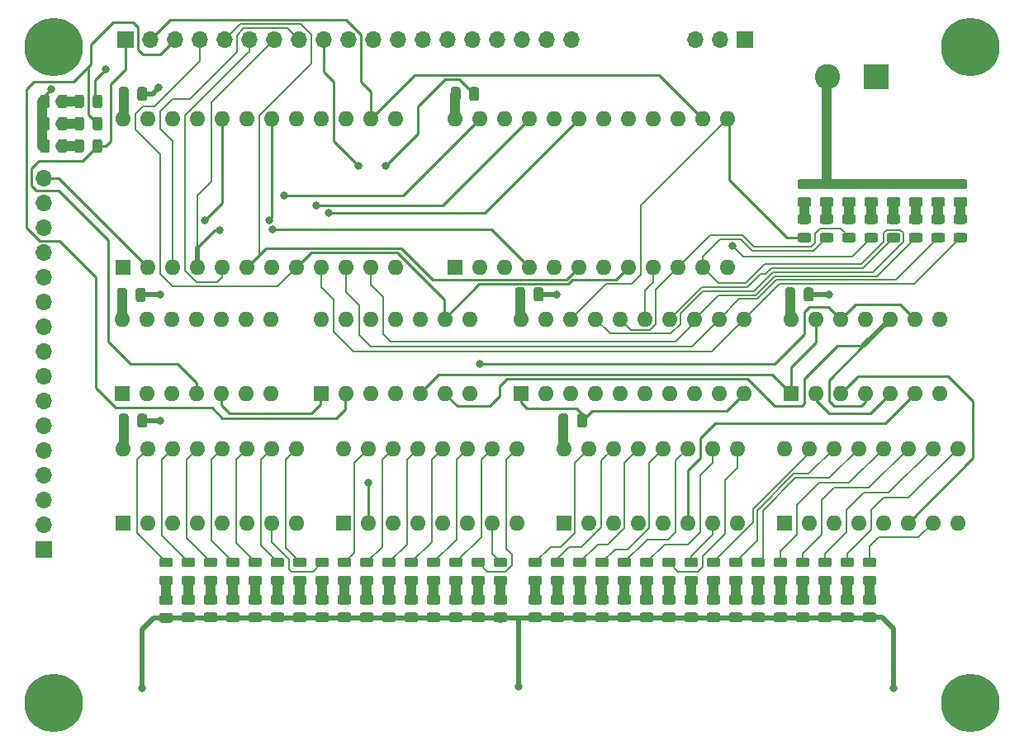
<source format=gbr>
%TF.GenerationSoftware,KiCad,Pcbnew,(5.1.9-0-10_14)*%
%TF.CreationDate,2021-07-06T01:07:33-04:00*%
%TF.ProjectId,ALU-181,414c552d-3138-4312-9e6b-696361645f70,rev?*%
%TF.SameCoordinates,Original*%
%TF.FileFunction,Copper,L1,Top*%
%TF.FilePolarity,Positive*%
%FSLAX46Y46*%
G04 Gerber Fmt 4.6, Leading zero omitted, Abs format (unit mm)*
G04 Created by KiCad (PCBNEW (5.1.9-0-10_14)) date 2021-07-06 01:07:33*
%MOMM*%
%LPD*%
G01*
G04 APERTURE LIST*
%TA.AperFunction,ComponentPad*%
%ADD10O,1.600000X1.600000*%
%TD*%
%TA.AperFunction,ComponentPad*%
%ADD11R,1.600000X1.600000*%
%TD*%
%TA.AperFunction,ComponentPad*%
%ADD12O,1.700000X1.700000*%
%TD*%
%TA.AperFunction,ComponentPad*%
%ADD13R,1.700000X1.700000*%
%TD*%
%TA.AperFunction,ComponentPad*%
%ADD14C,0.800000*%
%TD*%
%TA.AperFunction,ComponentPad*%
%ADD15C,6.000000*%
%TD*%
%TA.AperFunction,ComponentPad*%
%ADD16C,2.600000*%
%TD*%
%TA.AperFunction,ComponentPad*%
%ADD17R,2.600000X2.600000*%
%TD*%
%TA.AperFunction,ViaPad*%
%ADD18C,0.800000*%
%TD*%
%TA.AperFunction,Conductor*%
%ADD19C,1.000000*%
%TD*%
%TA.AperFunction,Conductor*%
%ADD20C,0.250000*%
%TD*%
%TA.AperFunction,Conductor*%
%ADD21C,0.500000*%
%TD*%
%TA.AperFunction,Conductor*%
%ADD22C,0.200000*%
%TD*%
G04 APERTURE END LIST*
D10*
%TO.P,U7,14*%
%TO.N,VCC*%
X124206000Y-35306000D03*
%TO.P,U7,7*%
%TO.N,GND*%
X139446000Y-42926000D03*
%TO.P,U7,13*%
%TO.N,N/C*%
X126746000Y-35306000D03*
%TO.P,U7,6*%
%TO.N,!ALU_S3*%
X136906000Y-42926000D03*
%TO.P,U7,12*%
%TO.N,N/C*%
X129286000Y-35306000D03*
%TO.P,U7,5*%
%TO.N,ALU_S3*%
X134366000Y-42926000D03*
%TO.P,U7,11*%
%TO.N,N/C*%
X131826000Y-35306000D03*
%TO.P,U7,4*%
%TO.N,NOT_ALU_OUT*%
X131826000Y-42926000D03*
%TO.P,U7,10*%
%TO.N,N/C*%
X134366000Y-35306000D03*
%TO.P,U7,3*%
%TO.N,ALU_OUT*%
X129286000Y-42926000D03*
%TO.P,U7,9*%
%TO.N,ALU_MODE*%
X136906000Y-35306000D03*
%TO.P,U7,2*%
%TO.N,NOT_CARRY*%
X126746000Y-42926000D03*
%TO.P,U7,8*%
%TO.N,!ALU_MODE*%
X139446000Y-35306000D03*
D11*
%TO.P,U7,1*%
%TO.N,CARRY*%
X124206000Y-42926000D03*
%TD*%
%TO.P,R43,2*%
%TO.N,GND*%
%TA.AperFunction,SMDPad,CuDef*%
G36*
G01*
X96374000Y-17075999D02*
X96374000Y-17976001D01*
G75*
G02*
X96124001Y-18226000I-249999J0D01*
G01*
X95598999Y-18226000D01*
G75*
G02*
X95349000Y-17976001I0J249999D01*
G01*
X95349000Y-17075999D01*
G75*
G02*
X95598999Y-16826000I249999J0D01*
G01*
X96124001Y-16826000D01*
G75*
G02*
X96374000Y-17075999I0J-249999D01*
G01*
G37*
%TD.AperFunction*%
%TO.P,R43,1*%
%TO.N,Net-(D43-Pad1)*%
%TA.AperFunction,SMDPad,CuDef*%
G36*
G01*
X98199000Y-17075999D02*
X98199000Y-17976001D01*
G75*
G02*
X97949001Y-18226000I-249999J0D01*
G01*
X97423999Y-18226000D01*
G75*
G02*
X97174000Y-17976001I0J249999D01*
G01*
X97174000Y-17075999D01*
G75*
G02*
X97423999Y-16826000I249999J0D01*
G01*
X97949001Y-16826000D01*
G75*
G02*
X98199000Y-17075999I0J-249999D01*
G01*
G37*
%TD.AperFunction*%
%TD*%
%TO.P,R42,2*%
%TO.N,GND*%
%TA.AperFunction,SMDPad,CuDef*%
G36*
G01*
X96374000Y-12503999D02*
X96374000Y-13404001D01*
G75*
G02*
X96124001Y-13654000I-249999J0D01*
G01*
X95598999Y-13654000D01*
G75*
G02*
X95349000Y-13404001I0J249999D01*
G01*
X95349000Y-12503999D01*
G75*
G02*
X95598999Y-12254000I249999J0D01*
G01*
X96124001Y-12254000D01*
G75*
G02*
X96374000Y-12503999I0J-249999D01*
G01*
G37*
%TD.AperFunction*%
%TO.P,R42,1*%
%TO.N,Net-(D42-Pad1)*%
%TA.AperFunction,SMDPad,CuDef*%
G36*
G01*
X98199000Y-12503999D02*
X98199000Y-13404001D01*
G75*
G02*
X97949001Y-13654000I-249999J0D01*
G01*
X97423999Y-13654000D01*
G75*
G02*
X97174000Y-13404001I0J249999D01*
G01*
X97174000Y-12503999D01*
G75*
G02*
X97423999Y-12254000I249999J0D01*
G01*
X97949001Y-12254000D01*
G75*
G02*
X98199000Y-12503999I0J-249999D01*
G01*
G37*
%TD.AperFunction*%
%TD*%
%TO.P,R41,2*%
%TO.N,GND*%
%TA.AperFunction,SMDPad,CuDef*%
G36*
G01*
X96374000Y-14789999D02*
X96374000Y-15690001D01*
G75*
G02*
X96124001Y-15940000I-249999J0D01*
G01*
X95598999Y-15940000D01*
G75*
G02*
X95349000Y-15690001I0J249999D01*
G01*
X95349000Y-14789999D01*
G75*
G02*
X95598999Y-14540000I249999J0D01*
G01*
X96124001Y-14540000D01*
G75*
G02*
X96374000Y-14789999I0J-249999D01*
G01*
G37*
%TD.AperFunction*%
%TO.P,R41,1*%
%TO.N,Net-(D41-Pad1)*%
%TA.AperFunction,SMDPad,CuDef*%
G36*
G01*
X98199000Y-14789999D02*
X98199000Y-15690001D01*
G75*
G02*
X97949001Y-15940000I-249999J0D01*
G01*
X97423999Y-15940000D01*
G75*
G02*
X97174000Y-15690001I0J249999D01*
G01*
X97174000Y-14789999D01*
G75*
G02*
X97423999Y-14540000I249999J0D01*
G01*
X97949001Y-14540000D01*
G75*
G02*
X98199000Y-14789999I0J-249999D01*
G01*
G37*
%TD.AperFunction*%
%TD*%
%TO.P,D43,2*%
%TO.N,A_GT_B*%
%TA.AperFunction,SMDPad,CuDef*%
G36*
G01*
X100780000Y-17982250D02*
X100780000Y-17069750D01*
G75*
G02*
X101023750Y-16826000I243750J0D01*
G01*
X101511250Y-16826000D01*
G75*
G02*
X101755000Y-17069750I0J-243750D01*
G01*
X101755000Y-17982250D01*
G75*
G02*
X101511250Y-18226000I-243750J0D01*
G01*
X101023750Y-18226000D01*
G75*
G02*
X100780000Y-17982250I0J243750D01*
G01*
G37*
%TD.AperFunction*%
%TO.P,D43,1*%
%TO.N,Net-(D43-Pad1)*%
%TA.AperFunction,SMDPad,CuDef*%
G36*
G01*
X98905000Y-17982250D02*
X98905000Y-17069750D01*
G75*
G02*
X99148750Y-16826000I243750J0D01*
G01*
X99636250Y-16826000D01*
G75*
G02*
X99880000Y-17069750I0J-243750D01*
G01*
X99880000Y-17982250D01*
G75*
G02*
X99636250Y-18226000I-243750J0D01*
G01*
X99148750Y-18226000D01*
G75*
G02*
X98905000Y-17982250I0J243750D01*
G01*
G37*
%TD.AperFunction*%
%TD*%
%TO.P,D42,2*%
%TO.N,A_EQ_B*%
%TA.AperFunction,SMDPad,CuDef*%
G36*
G01*
X100780000Y-13410250D02*
X100780000Y-12497750D01*
G75*
G02*
X101023750Y-12254000I243750J0D01*
G01*
X101511250Y-12254000D01*
G75*
G02*
X101755000Y-12497750I0J-243750D01*
G01*
X101755000Y-13410250D01*
G75*
G02*
X101511250Y-13654000I-243750J0D01*
G01*
X101023750Y-13654000D01*
G75*
G02*
X100780000Y-13410250I0J243750D01*
G01*
G37*
%TD.AperFunction*%
%TO.P,D42,1*%
%TO.N,Net-(D42-Pad1)*%
%TA.AperFunction,SMDPad,CuDef*%
G36*
G01*
X98905000Y-13410250D02*
X98905000Y-12497750D01*
G75*
G02*
X99148750Y-12254000I243750J0D01*
G01*
X99636250Y-12254000D01*
G75*
G02*
X99880000Y-12497750I0J-243750D01*
G01*
X99880000Y-13410250D01*
G75*
G02*
X99636250Y-13654000I-243750J0D01*
G01*
X99148750Y-13654000D01*
G75*
G02*
X98905000Y-13410250I0J243750D01*
G01*
G37*
%TD.AperFunction*%
%TD*%
%TO.P,D41,2*%
%TO.N,NOT_CARRY*%
%TA.AperFunction,SMDPad,CuDef*%
G36*
G01*
X100780000Y-15696250D02*
X100780000Y-14783750D01*
G75*
G02*
X101023750Y-14540000I243750J0D01*
G01*
X101511250Y-14540000D01*
G75*
G02*
X101755000Y-14783750I0J-243750D01*
G01*
X101755000Y-15696250D01*
G75*
G02*
X101511250Y-15940000I-243750J0D01*
G01*
X101023750Y-15940000D01*
G75*
G02*
X100780000Y-15696250I0J243750D01*
G01*
G37*
%TD.AperFunction*%
%TO.P,D41,1*%
%TO.N,Net-(D41-Pad1)*%
%TA.AperFunction,SMDPad,CuDef*%
G36*
G01*
X98905000Y-15696250D02*
X98905000Y-14783750D01*
G75*
G02*
X99148750Y-14540000I243750J0D01*
G01*
X99636250Y-14540000D01*
G75*
G02*
X99880000Y-14783750I0J-243750D01*
G01*
X99880000Y-15696250D01*
G75*
G02*
X99636250Y-15940000I-243750J0D01*
G01*
X99148750Y-15940000D01*
G75*
G02*
X98905000Y-15696250I0J243750D01*
G01*
G37*
%TD.AperFunction*%
%TD*%
D12*
%TO.P,J2,19*%
%TO.N,VCC*%
X149860000Y-6604000D03*
%TO.P,J2,18*%
%TO.N,GND*%
X147320000Y-6604000D03*
%TO.P,J2,17*%
%TO.N,BUS_00*%
X144780000Y-6604000D03*
%TO.P,J2,16*%
%TO.N,BUS_01*%
X142240000Y-6604000D03*
%TO.P,J2,15*%
%TO.N,BUS_02*%
X139700000Y-6604000D03*
%TO.P,J2,14*%
%TO.N,BUS_03*%
X137160000Y-6604000D03*
%TO.P,J2,13*%
%TO.N,BUS_04*%
X134620000Y-6604000D03*
%TO.P,J2,12*%
%TO.N,BUS_05*%
X132080000Y-6604000D03*
%TO.P,J2,11*%
%TO.N,BUS_06*%
X129540000Y-6604000D03*
%TO.P,J2,10*%
%TO.N,BUS_07*%
X127000000Y-6604000D03*
%TO.P,J2,9*%
%TO.N,ALU_OUT*%
X124460000Y-6604000D03*
%TO.P,J2,8*%
%TO.N,ALU_S3*%
X121920000Y-6604000D03*
%TO.P,J2,7*%
%TO.N,ALU_S2*%
X119380000Y-6604000D03*
%TO.P,J2,6*%
%TO.N,ALU_S1*%
X116840000Y-6604000D03*
%TO.P,J2,5*%
%TO.N,ALU_S0*%
X114300000Y-6604000D03*
%TO.P,J2,4*%
%TO.N,ALU_MODE*%
X111760000Y-6604000D03*
%TO.P,J2,3*%
%TO.N,NOT_CARRY*%
X109220000Y-6604000D03*
%TO.P,J2,2*%
%TO.N,A_EQ_B*%
X106680000Y-6604000D03*
D13*
%TO.P,J2,1*%
%TO.N,A_GT_B*%
X104140000Y-6604000D03*
%TD*%
%TO.P,C7,2*%
%TO.N,GND*%
%TA.AperFunction,SMDPad,CuDef*%
G36*
G01*
X150442000Y-46195000D02*
X150442000Y-45245000D01*
G75*
G02*
X150692000Y-44995000I250000J0D01*
G01*
X151192000Y-44995000D01*
G75*
G02*
X151442000Y-45245000I0J-250000D01*
G01*
X151442000Y-46195000D01*
G75*
G02*
X151192000Y-46445000I-250000J0D01*
G01*
X150692000Y-46445000D01*
G75*
G02*
X150442000Y-46195000I0J250000D01*
G01*
G37*
%TD.AperFunction*%
%TO.P,C7,1*%
%TO.N,VCC*%
%TA.AperFunction,SMDPad,CuDef*%
G36*
G01*
X148542000Y-46195000D02*
X148542000Y-45245000D01*
G75*
G02*
X148792000Y-44995000I250000J0D01*
G01*
X149292000Y-44995000D01*
G75*
G02*
X149542000Y-45245000I0J-250000D01*
G01*
X149542000Y-46195000D01*
G75*
G02*
X149292000Y-46445000I-250000J0D01*
G01*
X148792000Y-46445000D01*
G75*
G02*
X148542000Y-46195000I0J250000D01*
G01*
G37*
%TD.AperFunction*%
%TD*%
%TO.P,C6,2*%
%TO.N,GND*%
%TA.AperFunction,SMDPad,CuDef*%
G36*
G01*
X105352000Y-46195000D02*
X105352000Y-45245000D01*
G75*
G02*
X105602000Y-44995000I250000J0D01*
G01*
X106102000Y-44995000D01*
G75*
G02*
X106352000Y-45245000I0J-250000D01*
G01*
X106352000Y-46195000D01*
G75*
G02*
X106102000Y-46445000I-250000J0D01*
G01*
X105602000Y-46445000D01*
G75*
G02*
X105352000Y-46195000I0J250000D01*
G01*
G37*
%TD.AperFunction*%
%TO.P,C6,1*%
%TO.N,VCC*%
%TA.AperFunction,SMDPad,CuDef*%
G36*
G01*
X103452000Y-46195000D02*
X103452000Y-45245000D01*
G75*
G02*
X103702000Y-44995000I250000J0D01*
G01*
X104202000Y-44995000D01*
G75*
G02*
X104452000Y-45245000I0J-250000D01*
G01*
X104452000Y-46195000D01*
G75*
G02*
X104202000Y-46445000I-250000J0D01*
G01*
X103702000Y-46445000D01*
G75*
G02*
X103452000Y-46195000I0J250000D01*
G01*
G37*
%TD.AperFunction*%
%TD*%
D12*
%TO.P,J17,3*%
%TO.N,VCC*%
X162560000Y-6604000D03*
%TO.P,J17,2*%
%TO.N,Net-(J17-Pad2)*%
X165100000Y-6604000D03*
D13*
%TO.P,J17,1*%
%TO.N,GND*%
X167640000Y-6604000D03*
%TD*%
%TO.P,R40,2*%
%TO.N,VCC*%
%TA.AperFunction,SMDPad,CuDef*%
G36*
G01*
X179975998Y-65390000D02*
X180876002Y-65390000D01*
G75*
G02*
X181126000Y-65639998I0J-249998D01*
G01*
X181126000Y-66165002D01*
G75*
G02*
X180876002Y-66415000I-249998J0D01*
G01*
X179975998Y-66415000D01*
G75*
G02*
X179726000Y-66165002I0J249998D01*
G01*
X179726000Y-65639998D01*
G75*
G02*
X179975998Y-65390000I249998J0D01*
G01*
G37*
%TD.AperFunction*%
%TO.P,R40,1*%
%TO.N,Net-(D33-Pad2)*%
%TA.AperFunction,SMDPad,CuDef*%
G36*
G01*
X179975998Y-63565000D02*
X180876002Y-63565000D01*
G75*
G02*
X181126000Y-63814998I0J-249998D01*
G01*
X181126000Y-64340002D01*
G75*
G02*
X180876002Y-64590000I-249998J0D01*
G01*
X179975998Y-64590000D01*
G75*
G02*
X179726000Y-64340002I0J249998D01*
G01*
X179726000Y-63814998D01*
G75*
G02*
X179975998Y-63565000I249998J0D01*
G01*
G37*
%TD.AperFunction*%
%TD*%
%TO.P,R39,2*%
%TO.N,VCC*%
%TA.AperFunction,SMDPad,CuDef*%
G36*
G01*
X177689998Y-65390000D02*
X178590002Y-65390000D01*
G75*
G02*
X178840000Y-65639998I0J-249998D01*
G01*
X178840000Y-66165002D01*
G75*
G02*
X178590002Y-66415000I-249998J0D01*
G01*
X177689998Y-66415000D01*
G75*
G02*
X177440000Y-66165002I0J249998D01*
G01*
X177440000Y-65639998D01*
G75*
G02*
X177689998Y-65390000I249998J0D01*
G01*
G37*
%TD.AperFunction*%
%TO.P,R39,1*%
%TO.N,Net-(D34-Pad2)*%
%TA.AperFunction,SMDPad,CuDef*%
G36*
G01*
X177689998Y-63565000D02*
X178590002Y-63565000D01*
G75*
G02*
X178840000Y-63814998I0J-249998D01*
G01*
X178840000Y-64340002D01*
G75*
G02*
X178590002Y-64590000I-249998J0D01*
G01*
X177689998Y-64590000D01*
G75*
G02*
X177440000Y-64340002I0J249998D01*
G01*
X177440000Y-63814998D01*
G75*
G02*
X177689998Y-63565000I249998J0D01*
G01*
G37*
%TD.AperFunction*%
%TD*%
%TO.P,R38,2*%
%TO.N,VCC*%
%TA.AperFunction,SMDPad,CuDef*%
G36*
G01*
X175403998Y-65390000D02*
X176304002Y-65390000D01*
G75*
G02*
X176554000Y-65639998I0J-249998D01*
G01*
X176554000Y-66165002D01*
G75*
G02*
X176304002Y-66415000I-249998J0D01*
G01*
X175403998Y-66415000D01*
G75*
G02*
X175154000Y-66165002I0J249998D01*
G01*
X175154000Y-65639998D01*
G75*
G02*
X175403998Y-65390000I249998J0D01*
G01*
G37*
%TD.AperFunction*%
%TO.P,R38,1*%
%TO.N,Net-(D35-Pad2)*%
%TA.AperFunction,SMDPad,CuDef*%
G36*
G01*
X175403998Y-63565000D02*
X176304002Y-63565000D01*
G75*
G02*
X176554000Y-63814998I0J-249998D01*
G01*
X176554000Y-64340002D01*
G75*
G02*
X176304002Y-64590000I-249998J0D01*
G01*
X175403998Y-64590000D01*
G75*
G02*
X175154000Y-64340002I0J249998D01*
G01*
X175154000Y-63814998D01*
G75*
G02*
X175403998Y-63565000I249998J0D01*
G01*
G37*
%TD.AperFunction*%
%TD*%
%TO.P,R37,2*%
%TO.N,VCC*%
%TA.AperFunction,SMDPad,CuDef*%
G36*
G01*
X173117998Y-65390000D02*
X174018002Y-65390000D01*
G75*
G02*
X174268000Y-65639998I0J-249998D01*
G01*
X174268000Y-66165002D01*
G75*
G02*
X174018002Y-66415000I-249998J0D01*
G01*
X173117998Y-66415000D01*
G75*
G02*
X172868000Y-66165002I0J249998D01*
G01*
X172868000Y-65639998D01*
G75*
G02*
X173117998Y-65390000I249998J0D01*
G01*
G37*
%TD.AperFunction*%
%TO.P,R37,1*%
%TO.N,Net-(D36-Pad2)*%
%TA.AperFunction,SMDPad,CuDef*%
G36*
G01*
X173117998Y-63565000D02*
X174018002Y-63565000D01*
G75*
G02*
X174268000Y-63814998I0J-249998D01*
G01*
X174268000Y-64340002D01*
G75*
G02*
X174018002Y-64590000I-249998J0D01*
G01*
X173117998Y-64590000D01*
G75*
G02*
X172868000Y-64340002I0J249998D01*
G01*
X172868000Y-63814998D01*
G75*
G02*
X173117998Y-63565000I249998J0D01*
G01*
G37*
%TD.AperFunction*%
%TD*%
%TO.P,R36,2*%
%TO.N,VCC*%
%TA.AperFunction,SMDPad,CuDef*%
G36*
G01*
X170831998Y-65390000D02*
X171732002Y-65390000D01*
G75*
G02*
X171982000Y-65639998I0J-249998D01*
G01*
X171982000Y-66165002D01*
G75*
G02*
X171732002Y-66415000I-249998J0D01*
G01*
X170831998Y-66415000D01*
G75*
G02*
X170582000Y-66165002I0J249998D01*
G01*
X170582000Y-65639998D01*
G75*
G02*
X170831998Y-65390000I249998J0D01*
G01*
G37*
%TD.AperFunction*%
%TO.P,R36,1*%
%TO.N,Net-(D37-Pad2)*%
%TA.AperFunction,SMDPad,CuDef*%
G36*
G01*
X170831998Y-63565000D02*
X171732002Y-63565000D01*
G75*
G02*
X171982000Y-63814998I0J-249998D01*
G01*
X171982000Y-64340002D01*
G75*
G02*
X171732002Y-64590000I-249998J0D01*
G01*
X170831998Y-64590000D01*
G75*
G02*
X170582000Y-64340002I0J249998D01*
G01*
X170582000Y-63814998D01*
G75*
G02*
X170831998Y-63565000I249998J0D01*
G01*
G37*
%TD.AperFunction*%
%TD*%
%TO.P,R35,2*%
%TO.N,VCC*%
%TA.AperFunction,SMDPad,CuDef*%
G36*
G01*
X168545998Y-65390000D02*
X169446002Y-65390000D01*
G75*
G02*
X169696000Y-65639998I0J-249998D01*
G01*
X169696000Y-66165002D01*
G75*
G02*
X169446002Y-66415000I-249998J0D01*
G01*
X168545998Y-66415000D01*
G75*
G02*
X168296000Y-66165002I0J249998D01*
G01*
X168296000Y-65639998D01*
G75*
G02*
X168545998Y-65390000I249998J0D01*
G01*
G37*
%TD.AperFunction*%
%TO.P,R35,1*%
%TO.N,Net-(D38-Pad2)*%
%TA.AperFunction,SMDPad,CuDef*%
G36*
G01*
X168545998Y-63565000D02*
X169446002Y-63565000D01*
G75*
G02*
X169696000Y-63814998I0J-249998D01*
G01*
X169696000Y-64340002D01*
G75*
G02*
X169446002Y-64590000I-249998J0D01*
G01*
X168545998Y-64590000D01*
G75*
G02*
X168296000Y-64340002I0J249998D01*
G01*
X168296000Y-63814998D01*
G75*
G02*
X168545998Y-63565000I249998J0D01*
G01*
G37*
%TD.AperFunction*%
%TD*%
%TO.P,R34,2*%
%TO.N,VCC*%
%TA.AperFunction,SMDPad,CuDef*%
G36*
G01*
X166259998Y-65390000D02*
X167160002Y-65390000D01*
G75*
G02*
X167410000Y-65639998I0J-249998D01*
G01*
X167410000Y-66165002D01*
G75*
G02*
X167160002Y-66415000I-249998J0D01*
G01*
X166259998Y-66415000D01*
G75*
G02*
X166010000Y-66165002I0J249998D01*
G01*
X166010000Y-65639998D01*
G75*
G02*
X166259998Y-65390000I249998J0D01*
G01*
G37*
%TD.AperFunction*%
%TO.P,R34,1*%
%TO.N,Net-(D39-Pad2)*%
%TA.AperFunction,SMDPad,CuDef*%
G36*
G01*
X166259998Y-63565000D02*
X167160002Y-63565000D01*
G75*
G02*
X167410000Y-63814998I0J-249998D01*
G01*
X167410000Y-64340002D01*
G75*
G02*
X167160002Y-64590000I-249998J0D01*
G01*
X166259998Y-64590000D01*
G75*
G02*
X166010000Y-64340002I0J249998D01*
G01*
X166010000Y-63814998D01*
G75*
G02*
X166259998Y-63565000I249998J0D01*
G01*
G37*
%TD.AperFunction*%
%TD*%
%TO.P,R33,2*%
%TO.N,VCC*%
%TA.AperFunction,SMDPad,CuDef*%
G36*
G01*
X163973998Y-65390000D02*
X164874002Y-65390000D01*
G75*
G02*
X165124000Y-65639998I0J-249998D01*
G01*
X165124000Y-66165002D01*
G75*
G02*
X164874002Y-66415000I-249998J0D01*
G01*
X163973998Y-66415000D01*
G75*
G02*
X163724000Y-66165002I0J249998D01*
G01*
X163724000Y-65639998D01*
G75*
G02*
X163973998Y-65390000I249998J0D01*
G01*
G37*
%TD.AperFunction*%
%TO.P,R33,1*%
%TO.N,Net-(D40-Pad2)*%
%TA.AperFunction,SMDPad,CuDef*%
G36*
G01*
X163973998Y-63565000D02*
X164874002Y-63565000D01*
G75*
G02*
X165124000Y-63814998I0J-249998D01*
G01*
X165124000Y-64340002D01*
G75*
G02*
X164874002Y-64590000I-249998J0D01*
G01*
X163973998Y-64590000D01*
G75*
G02*
X163724000Y-64340002I0J249998D01*
G01*
X163724000Y-63814998D01*
G75*
G02*
X163973998Y-63565000I249998J0D01*
G01*
G37*
%TD.AperFunction*%
%TD*%
%TO.P,D40,2*%
%TO.N,Net-(D40-Pad2)*%
%TA.AperFunction,SMDPad,CuDef*%
G36*
G01*
X163967750Y-61630000D02*
X164880250Y-61630000D01*
G75*
G02*
X165124000Y-61873750I0J-243750D01*
G01*
X165124000Y-62361250D01*
G75*
G02*
X164880250Y-62605000I-243750J0D01*
G01*
X163967750Y-62605000D01*
G75*
G02*
X163724000Y-62361250I0J243750D01*
G01*
X163724000Y-61873750D01*
G75*
G02*
X163967750Y-61630000I243750J0D01*
G01*
G37*
%TD.AperFunction*%
%TO.P,D40,1*%
%TO.N,Net-(D40-Pad1)*%
%TA.AperFunction,SMDPad,CuDef*%
G36*
G01*
X163967750Y-59755000D02*
X164880250Y-59755000D01*
G75*
G02*
X165124000Y-59998750I0J-243750D01*
G01*
X165124000Y-60486250D01*
G75*
G02*
X164880250Y-60730000I-243750J0D01*
G01*
X163967750Y-60730000D01*
G75*
G02*
X163724000Y-60486250I0J243750D01*
G01*
X163724000Y-59998750D01*
G75*
G02*
X163967750Y-59755000I243750J0D01*
G01*
G37*
%TD.AperFunction*%
%TD*%
%TO.P,D39,2*%
%TO.N,Net-(D39-Pad2)*%
%TA.AperFunction,SMDPad,CuDef*%
G36*
G01*
X166253750Y-61630000D02*
X167166250Y-61630000D01*
G75*
G02*
X167410000Y-61873750I0J-243750D01*
G01*
X167410000Y-62361250D01*
G75*
G02*
X167166250Y-62605000I-243750J0D01*
G01*
X166253750Y-62605000D01*
G75*
G02*
X166010000Y-62361250I0J243750D01*
G01*
X166010000Y-61873750D01*
G75*
G02*
X166253750Y-61630000I243750J0D01*
G01*
G37*
%TD.AperFunction*%
%TO.P,D39,1*%
%TO.N,Net-(D39-Pad1)*%
%TA.AperFunction,SMDPad,CuDef*%
G36*
G01*
X166253750Y-59755000D02*
X167166250Y-59755000D01*
G75*
G02*
X167410000Y-59998750I0J-243750D01*
G01*
X167410000Y-60486250D01*
G75*
G02*
X167166250Y-60730000I-243750J0D01*
G01*
X166253750Y-60730000D01*
G75*
G02*
X166010000Y-60486250I0J243750D01*
G01*
X166010000Y-59998750D01*
G75*
G02*
X166253750Y-59755000I243750J0D01*
G01*
G37*
%TD.AperFunction*%
%TD*%
%TO.P,D38,2*%
%TO.N,Net-(D38-Pad2)*%
%TA.AperFunction,SMDPad,CuDef*%
G36*
G01*
X168539750Y-61630000D02*
X169452250Y-61630000D01*
G75*
G02*
X169696000Y-61873750I0J-243750D01*
G01*
X169696000Y-62361250D01*
G75*
G02*
X169452250Y-62605000I-243750J0D01*
G01*
X168539750Y-62605000D01*
G75*
G02*
X168296000Y-62361250I0J243750D01*
G01*
X168296000Y-61873750D01*
G75*
G02*
X168539750Y-61630000I243750J0D01*
G01*
G37*
%TD.AperFunction*%
%TO.P,D38,1*%
%TO.N,Net-(D38-Pad1)*%
%TA.AperFunction,SMDPad,CuDef*%
G36*
G01*
X168539750Y-59755000D02*
X169452250Y-59755000D01*
G75*
G02*
X169696000Y-59998750I0J-243750D01*
G01*
X169696000Y-60486250D01*
G75*
G02*
X169452250Y-60730000I-243750J0D01*
G01*
X168539750Y-60730000D01*
G75*
G02*
X168296000Y-60486250I0J243750D01*
G01*
X168296000Y-59998750D01*
G75*
G02*
X168539750Y-59755000I243750J0D01*
G01*
G37*
%TD.AperFunction*%
%TD*%
%TO.P,D37,2*%
%TO.N,Net-(D37-Pad2)*%
%TA.AperFunction,SMDPad,CuDef*%
G36*
G01*
X170825750Y-61630000D02*
X171738250Y-61630000D01*
G75*
G02*
X171982000Y-61873750I0J-243750D01*
G01*
X171982000Y-62361250D01*
G75*
G02*
X171738250Y-62605000I-243750J0D01*
G01*
X170825750Y-62605000D01*
G75*
G02*
X170582000Y-62361250I0J243750D01*
G01*
X170582000Y-61873750D01*
G75*
G02*
X170825750Y-61630000I243750J0D01*
G01*
G37*
%TD.AperFunction*%
%TO.P,D37,1*%
%TO.N,Net-(D37-Pad1)*%
%TA.AperFunction,SMDPad,CuDef*%
G36*
G01*
X170825750Y-59755000D02*
X171738250Y-59755000D01*
G75*
G02*
X171982000Y-59998750I0J-243750D01*
G01*
X171982000Y-60486250D01*
G75*
G02*
X171738250Y-60730000I-243750J0D01*
G01*
X170825750Y-60730000D01*
G75*
G02*
X170582000Y-60486250I0J243750D01*
G01*
X170582000Y-59998750D01*
G75*
G02*
X170825750Y-59755000I243750J0D01*
G01*
G37*
%TD.AperFunction*%
%TD*%
%TO.P,D36,2*%
%TO.N,Net-(D36-Pad2)*%
%TA.AperFunction,SMDPad,CuDef*%
G36*
G01*
X173111750Y-61630000D02*
X174024250Y-61630000D01*
G75*
G02*
X174268000Y-61873750I0J-243750D01*
G01*
X174268000Y-62361250D01*
G75*
G02*
X174024250Y-62605000I-243750J0D01*
G01*
X173111750Y-62605000D01*
G75*
G02*
X172868000Y-62361250I0J243750D01*
G01*
X172868000Y-61873750D01*
G75*
G02*
X173111750Y-61630000I243750J0D01*
G01*
G37*
%TD.AperFunction*%
%TO.P,D36,1*%
%TO.N,Net-(D36-Pad1)*%
%TA.AperFunction,SMDPad,CuDef*%
G36*
G01*
X173111750Y-59755000D02*
X174024250Y-59755000D01*
G75*
G02*
X174268000Y-59998750I0J-243750D01*
G01*
X174268000Y-60486250D01*
G75*
G02*
X174024250Y-60730000I-243750J0D01*
G01*
X173111750Y-60730000D01*
G75*
G02*
X172868000Y-60486250I0J243750D01*
G01*
X172868000Y-59998750D01*
G75*
G02*
X173111750Y-59755000I243750J0D01*
G01*
G37*
%TD.AperFunction*%
%TD*%
%TO.P,D35,2*%
%TO.N,Net-(D35-Pad2)*%
%TA.AperFunction,SMDPad,CuDef*%
G36*
G01*
X175397750Y-61630000D02*
X176310250Y-61630000D01*
G75*
G02*
X176554000Y-61873750I0J-243750D01*
G01*
X176554000Y-62361250D01*
G75*
G02*
X176310250Y-62605000I-243750J0D01*
G01*
X175397750Y-62605000D01*
G75*
G02*
X175154000Y-62361250I0J243750D01*
G01*
X175154000Y-61873750D01*
G75*
G02*
X175397750Y-61630000I243750J0D01*
G01*
G37*
%TD.AperFunction*%
%TO.P,D35,1*%
%TO.N,Net-(D35-Pad1)*%
%TA.AperFunction,SMDPad,CuDef*%
G36*
G01*
X175397750Y-59755000D02*
X176310250Y-59755000D01*
G75*
G02*
X176554000Y-59998750I0J-243750D01*
G01*
X176554000Y-60486250D01*
G75*
G02*
X176310250Y-60730000I-243750J0D01*
G01*
X175397750Y-60730000D01*
G75*
G02*
X175154000Y-60486250I0J243750D01*
G01*
X175154000Y-59998750D01*
G75*
G02*
X175397750Y-59755000I243750J0D01*
G01*
G37*
%TD.AperFunction*%
%TD*%
%TO.P,D34,2*%
%TO.N,Net-(D34-Pad2)*%
%TA.AperFunction,SMDPad,CuDef*%
G36*
G01*
X177683750Y-61630000D02*
X178596250Y-61630000D01*
G75*
G02*
X178840000Y-61873750I0J-243750D01*
G01*
X178840000Y-62361250D01*
G75*
G02*
X178596250Y-62605000I-243750J0D01*
G01*
X177683750Y-62605000D01*
G75*
G02*
X177440000Y-62361250I0J243750D01*
G01*
X177440000Y-61873750D01*
G75*
G02*
X177683750Y-61630000I243750J0D01*
G01*
G37*
%TD.AperFunction*%
%TO.P,D34,1*%
%TO.N,Net-(D34-Pad1)*%
%TA.AperFunction,SMDPad,CuDef*%
G36*
G01*
X177683750Y-59755000D02*
X178596250Y-59755000D01*
G75*
G02*
X178840000Y-59998750I0J-243750D01*
G01*
X178840000Y-60486250D01*
G75*
G02*
X178596250Y-60730000I-243750J0D01*
G01*
X177683750Y-60730000D01*
G75*
G02*
X177440000Y-60486250I0J243750D01*
G01*
X177440000Y-59998750D01*
G75*
G02*
X177683750Y-59755000I243750J0D01*
G01*
G37*
%TD.AperFunction*%
%TD*%
%TO.P,D33,2*%
%TO.N,Net-(D33-Pad2)*%
%TA.AperFunction,SMDPad,CuDef*%
G36*
G01*
X179969750Y-61630000D02*
X180882250Y-61630000D01*
G75*
G02*
X181126000Y-61873750I0J-243750D01*
G01*
X181126000Y-62361250D01*
G75*
G02*
X180882250Y-62605000I-243750J0D01*
G01*
X179969750Y-62605000D01*
G75*
G02*
X179726000Y-62361250I0J243750D01*
G01*
X179726000Y-61873750D01*
G75*
G02*
X179969750Y-61630000I243750J0D01*
G01*
G37*
%TD.AperFunction*%
%TO.P,D33,1*%
%TO.N,Net-(D33-Pad1)*%
%TA.AperFunction,SMDPad,CuDef*%
G36*
G01*
X179969750Y-59755000D02*
X180882250Y-59755000D01*
G75*
G02*
X181126000Y-59998750I0J-243750D01*
G01*
X181126000Y-60486250D01*
G75*
G02*
X180882250Y-60730000I-243750J0D01*
G01*
X179969750Y-60730000D01*
G75*
G02*
X179726000Y-60486250I0J243750D01*
G01*
X179726000Y-59998750D01*
G75*
G02*
X179969750Y-59755000I243750J0D01*
G01*
G37*
%TD.AperFunction*%
%TD*%
%TO.P,R32,2*%
%TO.N,VCC*%
%TA.AperFunction,SMDPad,CuDef*%
G36*
G01*
X161687998Y-65390000D02*
X162588002Y-65390000D01*
G75*
G02*
X162838000Y-65639998I0J-249998D01*
G01*
X162838000Y-66165002D01*
G75*
G02*
X162588002Y-66415000I-249998J0D01*
G01*
X161687998Y-66415000D01*
G75*
G02*
X161438000Y-66165002I0J249998D01*
G01*
X161438000Y-65639998D01*
G75*
G02*
X161687998Y-65390000I249998J0D01*
G01*
G37*
%TD.AperFunction*%
%TO.P,R32,1*%
%TO.N,Net-(D25-Pad2)*%
%TA.AperFunction,SMDPad,CuDef*%
G36*
G01*
X161687998Y-63565000D02*
X162588002Y-63565000D01*
G75*
G02*
X162838000Y-63814998I0J-249998D01*
G01*
X162838000Y-64340002D01*
G75*
G02*
X162588002Y-64590000I-249998J0D01*
G01*
X161687998Y-64590000D01*
G75*
G02*
X161438000Y-64340002I0J249998D01*
G01*
X161438000Y-63814998D01*
G75*
G02*
X161687998Y-63565000I249998J0D01*
G01*
G37*
%TD.AperFunction*%
%TD*%
%TO.P,R31,2*%
%TO.N,VCC*%
%TA.AperFunction,SMDPad,CuDef*%
G36*
G01*
X159401998Y-65390000D02*
X160302002Y-65390000D01*
G75*
G02*
X160552000Y-65639998I0J-249998D01*
G01*
X160552000Y-66165002D01*
G75*
G02*
X160302002Y-66415000I-249998J0D01*
G01*
X159401998Y-66415000D01*
G75*
G02*
X159152000Y-66165002I0J249998D01*
G01*
X159152000Y-65639998D01*
G75*
G02*
X159401998Y-65390000I249998J0D01*
G01*
G37*
%TD.AperFunction*%
%TO.P,R31,1*%
%TO.N,Net-(D26-Pad2)*%
%TA.AperFunction,SMDPad,CuDef*%
G36*
G01*
X159401998Y-63565000D02*
X160302002Y-63565000D01*
G75*
G02*
X160552000Y-63814998I0J-249998D01*
G01*
X160552000Y-64340002D01*
G75*
G02*
X160302002Y-64590000I-249998J0D01*
G01*
X159401998Y-64590000D01*
G75*
G02*
X159152000Y-64340002I0J249998D01*
G01*
X159152000Y-63814998D01*
G75*
G02*
X159401998Y-63565000I249998J0D01*
G01*
G37*
%TD.AperFunction*%
%TD*%
%TO.P,R30,2*%
%TO.N,VCC*%
%TA.AperFunction,SMDPad,CuDef*%
G36*
G01*
X157115998Y-65390000D02*
X158016002Y-65390000D01*
G75*
G02*
X158266000Y-65639998I0J-249998D01*
G01*
X158266000Y-66165002D01*
G75*
G02*
X158016002Y-66415000I-249998J0D01*
G01*
X157115998Y-66415000D01*
G75*
G02*
X156866000Y-66165002I0J249998D01*
G01*
X156866000Y-65639998D01*
G75*
G02*
X157115998Y-65390000I249998J0D01*
G01*
G37*
%TD.AperFunction*%
%TO.P,R30,1*%
%TO.N,Net-(D27-Pad2)*%
%TA.AperFunction,SMDPad,CuDef*%
G36*
G01*
X157115998Y-63565000D02*
X158016002Y-63565000D01*
G75*
G02*
X158266000Y-63814998I0J-249998D01*
G01*
X158266000Y-64340002D01*
G75*
G02*
X158016002Y-64590000I-249998J0D01*
G01*
X157115998Y-64590000D01*
G75*
G02*
X156866000Y-64340002I0J249998D01*
G01*
X156866000Y-63814998D01*
G75*
G02*
X157115998Y-63565000I249998J0D01*
G01*
G37*
%TD.AperFunction*%
%TD*%
%TO.P,R29,2*%
%TO.N,VCC*%
%TA.AperFunction,SMDPad,CuDef*%
G36*
G01*
X154829998Y-65390000D02*
X155730002Y-65390000D01*
G75*
G02*
X155980000Y-65639998I0J-249998D01*
G01*
X155980000Y-66165002D01*
G75*
G02*
X155730002Y-66415000I-249998J0D01*
G01*
X154829998Y-66415000D01*
G75*
G02*
X154580000Y-66165002I0J249998D01*
G01*
X154580000Y-65639998D01*
G75*
G02*
X154829998Y-65390000I249998J0D01*
G01*
G37*
%TD.AperFunction*%
%TO.P,R29,1*%
%TO.N,Net-(D28-Pad2)*%
%TA.AperFunction,SMDPad,CuDef*%
G36*
G01*
X154829998Y-63565000D02*
X155730002Y-63565000D01*
G75*
G02*
X155980000Y-63814998I0J-249998D01*
G01*
X155980000Y-64340002D01*
G75*
G02*
X155730002Y-64590000I-249998J0D01*
G01*
X154829998Y-64590000D01*
G75*
G02*
X154580000Y-64340002I0J249998D01*
G01*
X154580000Y-63814998D01*
G75*
G02*
X154829998Y-63565000I249998J0D01*
G01*
G37*
%TD.AperFunction*%
%TD*%
%TO.P,R28,2*%
%TO.N,VCC*%
%TA.AperFunction,SMDPad,CuDef*%
G36*
G01*
X152543998Y-65390000D02*
X153444002Y-65390000D01*
G75*
G02*
X153694000Y-65639998I0J-249998D01*
G01*
X153694000Y-66165002D01*
G75*
G02*
X153444002Y-66415000I-249998J0D01*
G01*
X152543998Y-66415000D01*
G75*
G02*
X152294000Y-66165002I0J249998D01*
G01*
X152294000Y-65639998D01*
G75*
G02*
X152543998Y-65390000I249998J0D01*
G01*
G37*
%TD.AperFunction*%
%TO.P,R28,1*%
%TO.N,Net-(D29-Pad2)*%
%TA.AperFunction,SMDPad,CuDef*%
G36*
G01*
X152543998Y-63565000D02*
X153444002Y-63565000D01*
G75*
G02*
X153694000Y-63814998I0J-249998D01*
G01*
X153694000Y-64340002D01*
G75*
G02*
X153444002Y-64590000I-249998J0D01*
G01*
X152543998Y-64590000D01*
G75*
G02*
X152294000Y-64340002I0J249998D01*
G01*
X152294000Y-63814998D01*
G75*
G02*
X152543998Y-63565000I249998J0D01*
G01*
G37*
%TD.AperFunction*%
%TD*%
%TO.P,R27,2*%
%TO.N,VCC*%
%TA.AperFunction,SMDPad,CuDef*%
G36*
G01*
X150257998Y-65390000D02*
X151158002Y-65390000D01*
G75*
G02*
X151408000Y-65639998I0J-249998D01*
G01*
X151408000Y-66165002D01*
G75*
G02*
X151158002Y-66415000I-249998J0D01*
G01*
X150257998Y-66415000D01*
G75*
G02*
X150008000Y-66165002I0J249998D01*
G01*
X150008000Y-65639998D01*
G75*
G02*
X150257998Y-65390000I249998J0D01*
G01*
G37*
%TD.AperFunction*%
%TO.P,R27,1*%
%TO.N,Net-(D30-Pad2)*%
%TA.AperFunction,SMDPad,CuDef*%
G36*
G01*
X150257998Y-63565000D02*
X151158002Y-63565000D01*
G75*
G02*
X151408000Y-63814998I0J-249998D01*
G01*
X151408000Y-64340002D01*
G75*
G02*
X151158002Y-64590000I-249998J0D01*
G01*
X150257998Y-64590000D01*
G75*
G02*
X150008000Y-64340002I0J249998D01*
G01*
X150008000Y-63814998D01*
G75*
G02*
X150257998Y-63565000I249998J0D01*
G01*
G37*
%TD.AperFunction*%
%TD*%
%TO.P,R26,2*%
%TO.N,VCC*%
%TA.AperFunction,SMDPad,CuDef*%
G36*
G01*
X147971998Y-65390000D02*
X148872002Y-65390000D01*
G75*
G02*
X149122000Y-65639998I0J-249998D01*
G01*
X149122000Y-66165002D01*
G75*
G02*
X148872002Y-66415000I-249998J0D01*
G01*
X147971998Y-66415000D01*
G75*
G02*
X147722000Y-66165002I0J249998D01*
G01*
X147722000Y-65639998D01*
G75*
G02*
X147971998Y-65390000I249998J0D01*
G01*
G37*
%TD.AperFunction*%
%TO.P,R26,1*%
%TO.N,Net-(D31-Pad2)*%
%TA.AperFunction,SMDPad,CuDef*%
G36*
G01*
X147971998Y-63565000D02*
X148872002Y-63565000D01*
G75*
G02*
X149122000Y-63814998I0J-249998D01*
G01*
X149122000Y-64340002D01*
G75*
G02*
X148872002Y-64590000I-249998J0D01*
G01*
X147971998Y-64590000D01*
G75*
G02*
X147722000Y-64340002I0J249998D01*
G01*
X147722000Y-63814998D01*
G75*
G02*
X147971998Y-63565000I249998J0D01*
G01*
G37*
%TD.AperFunction*%
%TD*%
%TO.P,R25,2*%
%TO.N,VCC*%
%TA.AperFunction,SMDPad,CuDef*%
G36*
G01*
X145685998Y-65390000D02*
X146586002Y-65390000D01*
G75*
G02*
X146836000Y-65639998I0J-249998D01*
G01*
X146836000Y-66165002D01*
G75*
G02*
X146586002Y-66415000I-249998J0D01*
G01*
X145685998Y-66415000D01*
G75*
G02*
X145436000Y-66165002I0J249998D01*
G01*
X145436000Y-65639998D01*
G75*
G02*
X145685998Y-65390000I249998J0D01*
G01*
G37*
%TD.AperFunction*%
%TO.P,R25,1*%
%TO.N,Net-(D32-Pad2)*%
%TA.AperFunction,SMDPad,CuDef*%
G36*
G01*
X145685998Y-63565000D02*
X146586002Y-63565000D01*
G75*
G02*
X146836000Y-63814998I0J-249998D01*
G01*
X146836000Y-64340002D01*
G75*
G02*
X146586002Y-64590000I-249998J0D01*
G01*
X145685998Y-64590000D01*
G75*
G02*
X145436000Y-64340002I0J249998D01*
G01*
X145436000Y-63814998D01*
G75*
G02*
X145685998Y-63565000I249998J0D01*
G01*
G37*
%TD.AperFunction*%
%TD*%
%TO.P,D32,2*%
%TO.N,Net-(D32-Pad2)*%
%TA.AperFunction,SMDPad,CuDef*%
G36*
G01*
X145679750Y-61630000D02*
X146592250Y-61630000D01*
G75*
G02*
X146836000Y-61873750I0J-243750D01*
G01*
X146836000Y-62361250D01*
G75*
G02*
X146592250Y-62605000I-243750J0D01*
G01*
X145679750Y-62605000D01*
G75*
G02*
X145436000Y-62361250I0J243750D01*
G01*
X145436000Y-61873750D01*
G75*
G02*
X145679750Y-61630000I243750J0D01*
G01*
G37*
%TD.AperFunction*%
%TO.P,D32,1*%
%TO.N,Net-(D32-Pad1)*%
%TA.AperFunction,SMDPad,CuDef*%
G36*
G01*
X145679750Y-59755000D02*
X146592250Y-59755000D01*
G75*
G02*
X146836000Y-59998750I0J-243750D01*
G01*
X146836000Y-60486250D01*
G75*
G02*
X146592250Y-60730000I-243750J0D01*
G01*
X145679750Y-60730000D01*
G75*
G02*
X145436000Y-60486250I0J243750D01*
G01*
X145436000Y-59998750D01*
G75*
G02*
X145679750Y-59755000I243750J0D01*
G01*
G37*
%TD.AperFunction*%
%TD*%
%TO.P,D31,2*%
%TO.N,Net-(D31-Pad2)*%
%TA.AperFunction,SMDPad,CuDef*%
G36*
G01*
X147965750Y-61630000D02*
X148878250Y-61630000D01*
G75*
G02*
X149122000Y-61873750I0J-243750D01*
G01*
X149122000Y-62361250D01*
G75*
G02*
X148878250Y-62605000I-243750J0D01*
G01*
X147965750Y-62605000D01*
G75*
G02*
X147722000Y-62361250I0J243750D01*
G01*
X147722000Y-61873750D01*
G75*
G02*
X147965750Y-61630000I243750J0D01*
G01*
G37*
%TD.AperFunction*%
%TO.P,D31,1*%
%TO.N,Net-(D31-Pad1)*%
%TA.AperFunction,SMDPad,CuDef*%
G36*
G01*
X147965750Y-59755000D02*
X148878250Y-59755000D01*
G75*
G02*
X149122000Y-59998750I0J-243750D01*
G01*
X149122000Y-60486250D01*
G75*
G02*
X148878250Y-60730000I-243750J0D01*
G01*
X147965750Y-60730000D01*
G75*
G02*
X147722000Y-60486250I0J243750D01*
G01*
X147722000Y-59998750D01*
G75*
G02*
X147965750Y-59755000I243750J0D01*
G01*
G37*
%TD.AperFunction*%
%TD*%
%TO.P,D30,2*%
%TO.N,Net-(D30-Pad2)*%
%TA.AperFunction,SMDPad,CuDef*%
G36*
G01*
X150251750Y-61630000D02*
X151164250Y-61630000D01*
G75*
G02*
X151408000Y-61873750I0J-243750D01*
G01*
X151408000Y-62361250D01*
G75*
G02*
X151164250Y-62605000I-243750J0D01*
G01*
X150251750Y-62605000D01*
G75*
G02*
X150008000Y-62361250I0J243750D01*
G01*
X150008000Y-61873750D01*
G75*
G02*
X150251750Y-61630000I243750J0D01*
G01*
G37*
%TD.AperFunction*%
%TO.P,D30,1*%
%TO.N,Net-(D30-Pad1)*%
%TA.AperFunction,SMDPad,CuDef*%
G36*
G01*
X150251750Y-59755000D02*
X151164250Y-59755000D01*
G75*
G02*
X151408000Y-59998750I0J-243750D01*
G01*
X151408000Y-60486250D01*
G75*
G02*
X151164250Y-60730000I-243750J0D01*
G01*
X150251750Y-60730000D01*
G75*
G02*
X150008000Y-60486250I0J243750D01*
G01*
X150008000Y-59998750D01*
G75*
G02*
X150251750Y-59755000I243750J0D01*
G01*
G37*
%TD.AperFunction*%
%TD*%
%TO.P,D29,2*%
%TO.N,Net-(D29-Pad2)*%
%TA.AperFunction,SMDPad,CuDef*%
G36*
G01*
X152537750Y-61630000D02*
X153450250Y-61630000D01*
G75*
G02*
X153694000Y-61873750I0J-243750D01*
G01*
X153694000Y-62361250D01*
G75*
G02*
X153450250Y-62605000I-243750J0D01*
G01*
X152537750Y-62605000D01*
G75*
G02*
X152294000Y-62361250I0J243750D01*
G01*
X152294000Y-61873750D01*
G75*
G02*
X152537750Y-61630000I243750J0D01*
G01*
G37*
%TD.AperFunction*%
%TO.P,D29,1*%
%TO.N,Net-(D29-Pad1)*%
%TA.AperFunction,SMDPad,CuDef*%
G36*
G01*
X152537750Y-59755000D02*
X153450250Y-59755000D01*
G75*
G02*
X153694000Y-59998750I0J-243750D01*
G01*
X153694000Y-60486250D01*
G75*
G02*
X153450250Y-60730000I-243750J0D01*
G01*
X152537750Y-60730000D01*
G75*
G02*
X152294000Y-60486250I0J243750D01*
G01*
X152294000Y-59998750D01*
G75*
G02*
X152537750Y-59755000I243750J0D01*
G01*
G37*
%TD.AperFunction*%
%TD*%
%TO.P,D28,2*%
%TO.N,Net-(D28-Pad2)*%
%TA.AperFunction,SMDPad,CuDef*%
G36*
G01*
X154823750Y-61630000D02*
X155736250Y-61630000D01*
G75*
G02*
X155980000Y-61873750I0J-243750D01*
G01*
X155980000Y-62361250D01*
G75*
G02*
X155736250Y-62605000I-243750J0D01*
G01*
X154823750Y-62605000D01*
G75*
G02*
X154580000Y-62361250I0J243750D01*
G01*
X154580000Y-61873750D01*
G75*
G02*
X154823750Y-61630000I243750J0D01*
G01*
G37*
%TD.AperFunction*%
%TO.P,D28,1*%
%TO.N,Net-(D28-Pad1)*%
%TA.AperFunction,SMDPad,CuDef*%
G36*
G01*
X154823750Y-59755000D02*
X155736250Y-59755000D01*
G75*
G02*
X155980000Y-59998750I0J-243750D01*
G01*
X155980000Y-60486250D01*
G75*
G02*
X155736250Y-60730000I-243750J0D01*
G01*
X154823750Y-60730000D01*
G75*
G02*
X154580000Y-60486250I0J243750D01*
G01*
X154580000Y-59998750D01*
G75*
G02*
X154823750Y-59755000I243750J0D01*
G01*
G37*
%TD.AperFunction*%
%TD*%
%TO.P,D27,2*%
%TO.N,Net-(D27-Pad2)*%
%TA.AperFunction,SMDPad,CuDef*%
G36*
G01*
X157109750Y-61630000D02*
X158022250Y-61630000D01*
G75*
G02*
X158266000Y-61873750I0J-243750D01*
G01*
X158266000Y-62361250D01*
G75*
G02*
X158022250Y-62605000I-243750J0D01*
G01*
X157109750Y-62605000D01*
G75*
G02*
X156866000Y-62361250I0J243750D01*
G01*
X156866000Y-61873750D01*
G75*
G02*
X157109750Y-61630000I243750J0D01*
G01*
G37*
%TD.AperFunction*%
%TO.P,D27,1*%
%TO.N,Net-(D27-Pad1)*%
%TA.AperFunction,SMDPad,CuDef*%
G36*
G01*
X157109750Y-59755000D02*
X158022250Y-59755000D01*
G75*
G02*
X158266000Y-59998750I0J-243750D01*
G01*
X158266000Y-60486250D01*
G75*
G02*
X158022250Y-60730000I-243750J0D01*
G01*
X157109750Y-60730000D01*
G75*
G02*
X156866000Y-60486250I0J243750D01*
G01*
X156866000Y-59998750D01*
G75*
G02*
X157109750Y-59755000I243750J0D01*
G01*
G37*
%TD.AperFunction*%
%TD*%
%TO.P,D26,2*%
%TO.N,Net-(D26-Pad2)*%
%TA.AperFunction,SMDPad,CuDef*%
G36*
G01*
X159395750Y-61630000D02*
X160308250Y-61630000D01*
G75*
G02*
X160552000Y-61873750I0J-243750D01*
G01*
X160552000Y-62361250D01*
G75*
G02*
X160308250Y-62605000I-243750J0D01*
G01*
X159395750Y-62605000D01*
G75*
G02*
X159152000Y-62361250I0J243750D01*
G01*
X159152000Y-61873750D01*
G75*
G02*
X159395750Y-61630000I243750J0D01*
G01*
G37*
%TD.AperFunction*%
%TO.P,D26,1*%
%TO.N,Net-(D26-Pad1)*%
%TA.AperFunction,SMDPad,CuDef*%
G36*
G01*
X159395750Y-59755000D02*
X160308250Y-59755000D01*
G75*
G02*
X160552000Y-59998750I0J-243750D01*
G01*
X160552000Y-60486250D01*
G75*
G02*
X160308250Y-60730000I-243750J0D01*
G01*
X159395750Y-60730000D01*
G75*
G02*
X159152000Y-60486250I0J243750D01*
G01*
X159152000Y-59998750D01*
G75*
G02*
X159395750Y-59755000I243750J0D01*
G01*
G37*
%TD.AperFunction*%
%TD*%
%TO.P,D25,2*%
%TO.N,Net-(D25-Pad2)*%
%TA.AperFunction,SMDPad,CuDef*%
G36*
G01*
X161681750Y-61630000D02*
X162594250Y-61630000D01*
G75*
G02*
X162838000Y-61873750I0J-243750D01*
G01*
X162838000Y-62361250D01*
G75*
G02*
X162594250Y-62605000I-243750J0D01*
G01*
X161681750Y-62605000D01*
G75*
G02*
X161438000Y-62361250I0J243750D01*
G01*
X161438000Y-61873750D01*
G75*
G02*
X161681750Y-61630000I243750J0D01*
G01*
G37*
%TD.AperFunction*%
%TO.P,D25,1*%
%TO.N,Net-(D25-Pad1)*%
%TA.AperFunction,SMDPad,CuDef*%
G36*
G01*
X161681750Y-59755000D02*
X162594250Y-59755000D01*
G75*
G02*
X162838000Y-59998750I0J-243750D01*
G01*
X162838000Y-60486250D01*
G75*
G02*
X162594250Y-60730000I-243750J0D01*
G01*
X161681750Y-60730000D01*
G75*
G02*
X161438000Y-60486250I0J243750D01*
G01*
X161438000Y-59998750D01*
G75*
G02*
X161681750Y-59755000I243750J0D01*
G01*
G37*
%TD.AperFunction*%
%TD*%
%TO.P,R24,2*%
%TO.N,VCC*%
%TA.AperFunction,SMDPad,CuDef*%
G36*
G01*
X142129998Y-65390000D02*
X143030002Y-65390000D01*
G75*
G02*
X143280000Y-65639998I0J-249998D01*
G01*
X143280000Y-66165002D01*
G75*
G02*
X143030002Y-66415000I-249998J0D01*
G01*
X142129998Y-66415000D01*
G75*
G02*
X141880000Y-66165002I0J249998D01*
G01*
X141880000Y-65639998D01*
G75*
G02*
X142129998Y-65390000I249998J0D01*
G01*
G37*
%TD.AperFunction*%
%TO.P,R24,1*%
%TO.N,Net-(D17-Pad2)*%
%TA.AperFunction,SMDPad,CuDef*%
G36*
G01*
X142129998Y-63565000D02*
X143030002Y-63565000D01*
G75*
G02*
X143280000Y-63814998I0J-249998D01*
G01*
X143280000Y-64340002D01*
G75*
G02*
X143030002Y-64590000I-249998J0D01*
G01*
X142129998Y-64590000D01*
G75*
G02*
X141880000Y-64340002I0J249998D01*
G01*
X141880000Y-63814998D01*
G75*
G02*
X142129998Y-63565000I249998J0D01*
G01*
G37*
%TD.AperFunction*%
%TD*%
%TO.P,R23,2*%
%TO.N,VCC*%
%TA.AperFunction,SMDPad,CuDef*%
G36*
G01*
X139843998Y-65390000D02*
X140744002Y-65390000D01*
G75*
G02*
X140994000Y-65639998I0J-249998D01*
G01*
X140994000Y-66165002D01*
G75*
G02*
X140744002Y-66415000I-249998J0D01*
G01*
X139843998Y-66415000D01*
G75*
G02*
X139594000Y-66165002I0J249998D01*
G01*
X139594000Y-65639998D01*
G75*
G02*
X139843998Y-65390000I249998J0D01*
G01*
G37*
%TD.AperFunction*%
%TO.P,R23,1*%
%TO.N,Net-(D18-Pad2)*%
%TA.AperFunction,SMDPad,CuDef*%
G36*
G01*
X139843998Y-63565000D02*
X140744002Y-63565000D01*
G75*
G02*
X140994000Y-63814998I0J-249998D01*
G01*
X140994000Y-64340002D01*
G75*
G02*
X140744002Y-64590000I-249998J0D01*
G01*
X139843998Y-64590000D01*
G75*
G02*
X139594000Y-64340002I0J249998D01*
G01*
X139594000Y-63814998D01*
G75*
G02*
X139843998Y-63565000I249998J0D01*
G01*
G37*
%TD.AperFunction*%
%TD*%
%TO.P,R22,2*%
%TO.N,VCC*%
%TA.AperFunction,SMDPad,CuDef*%
G36*
G01*
X137557998Y-65390000D02*
X138458002Y-65390000D01*
G75*
G02*
X138708000Y-65639998I0J-249998D01*
G01*
X138708000Y-66165002D01*
G75*
G02*
X138458002Y-66415000I-249998J0D01*
G01*
X137557998Y-66415000D01*
G75*
G02*
X137308000Y-66165002I0J249998D01*
G01*
X137308000Y-65639998D01*
G75*
G02*
X137557998Y-65390000I249998J0D01*
G01*
G37*
%TD.AperFunction*%
%TO.P,R22,1*%
%TO.N,Net-(D19-Pad2)*%
%TA.AperFunction,SMDPad,CuDef*%
G36*
G01*
X137557998Y-63565000D02*
X138458002Y-63565000D01*
G75*
G02*
X138708000Y-63814998I0J-249998D01*
G01*
X138708000Y-64340002D01*
G75*
G02*
X138458002Y-64590000I-249998J0D01*
G01*
X137557998Y-64590000D01*
G75*
G02*
X137308000Y-64340002I0J249998D01*
G01*
X137308000Y-63814998D01*
G75*
G02*
X137557998Y-63565000I249998J0D01*
G01*
G37*
%TD.AperFunction*%
%TD*%
%TO.P,R21,2*%
%TO.N,VCC*%
%TA.AperFunction,SMDPad,CuDef*%
G36*
G01*
X135271998Y-65390000D02*
X136172002Y-65390000D01*
G75*
G02*
X136422000Y-65639998I0J-249998D01*
G01*
X136422000Y-66165002D01*
G75*
G02*
X136172002Y-66415000I-249998J0D01*
G01*
X135271998Y-66415000D01*
G75*
G02*
X135022000Y-66165002I0J249998D01*
G01*
X135022000Y-65639998D01*
G75*
G02*
X135271998Y-65390000I249998J0D01*
G01*
G37*
%TD.AperFunction*%
%TO.P,R21,1*%
%TO.N,Net-(D20-Pad2)*%
%TA.AperFunction,SMDPad,CuDef*%
G36*
G01*
X135271998Y-63565000D02*
X136172002Y-63565000D01*
G75*
G02*
X136422000Y-63814998I0J-249998D01*
G01*
X136422000Y-64340002D01*
G75*
G02*
X136172002Y-64590000I-249998J0D01*
G01*
X135271998Y-64590000D01*
G75*
G02*
X135022000Y-64340002I0J249998D01*
G01*
X135022000Y-63814998D01*
G75*
G02*
X135271998Y-63565000I249998J0D01*
G01*
G37*
%TD.AperFunction*%
%TD*%
%TO.P,R20,2*%
%TO.N,VCC*%
%TA.AperFunction,SMDPad,CuDef*%
G36*
G01*
X132985998Y-65390000D02*
X133886002Y-65390000D01*
G75*
G02*
X134136000Y-65639998I0J-249998D01*
G01*
X134136000Y-66165002D01*
G75*
G02*
X133886002Y-66415000I-249998J0D01*
G01*
X132985998Y-66415000D01*
G75*
G02*
X132736000Y-66165002I0J249998D01*
G01*
X132736000Y-65639998D01*
G75*
G02*
X132985998Y-65390000I249998J0D01*
G01*
G37*
%TD.AperFunction*%
%TO.P,R20,1*%
%TO.N,Net-(D21-Pad2)*%
%TA.AperFunction,SMDPad,CuDef*%
G36*
G01*
X132985998Y-63565000D02*
X133886002Y-63565000D01*
G75*
G02*
X134136000Y-63814998I0J-249998D01*
G01*
X134136000Y-64340002D01*
G75*
G02*
X133886002Y-64590000I-249998J0D01*
G01*
X132985998Y-64590000D01*
G75*
G02*
X132736000Y-64340002I0J249998D01*
G01*
X132736000Y-63814998D01*
G75*
G02*
X132985998Y-63565000I249998J0D01*
G01*
G37*
%TD.AperFunction*%
%TD*%
%TO.P,R19,2*%
%TO.N,VCC*%
%TA.AperFunction,SMDPad,CuDef*%
G36*
G01*
X130699998Y-65390000D02*
X131600002Y-65390000D01*
G75*
G02*
X131850000Y-65639998I0J-249998D01*
G01*
X131850000Y-66165002D01*
G75*
G02*
X131600002Y-66415000I-249998J0D01*
G01*
X130699998Y-66415000D01*
G75*
G02*
X130450000Y-66165002I0J249998D01*
G01*
X130450000Y-65639998D01*
G75*
G02*
X130699998Y-65390000I249998J0D01*
G01*
G37*
%TD.AperFunction*%
%TO.P,R19,1*%
%TO.N,Net-(D22-Pad2)*%
%TA.AperFunction,SMDPad,CuDef*%
G36*
G01*
X130699998Y-63565000D02*
X131600002Y-63565000D01*
G75*
G02*
X131850000Y-63814998I0J-249998D01*
G01*
X131850000Y-64340002D01*
G75*
G02*
X131600002Y-64590000I-249998J0D01*
G01*
X130699998Y-64590000D01*
G75*
G02*
X130450000Y-64340002I0J249998D01*
G01*
X130450000Y-63814998D01*
G75*
G02*
X130699998Y-63565000I249998J0D01*
G01*
G37*
%TD.AperFunction*%
%TD*%
%TO.P,R18,2*%
%TO.N,VCC*%
%TA.AperFunction,SMDPad,CuDef*%
G36*
G01*
X128413998Y-65390000D02*
X129314002Y-65390000D01*
G75*
G02*
X129564000Y-65639998I0J-249998D01*
G01*
X129564000Y-66165002D01*
G75*
G02*
X129314002Y-66415000I-249998J0D01*
G01*
X128413998Y-66415000D01*
G75*
G02*
X128164000Y-66165002I0J249998D01*
G01*
X128164000Y-65639998D01*
G75*
G02*
X128413998Y-65390000I249998J0D01*
G01*
G37*
%TD.AperFunction*%
%TO.P,R18,1*%
%TO.N,Net-(D23-Pad2)*%
%TA.AperFunction,SMDPad,CuDef*%
G36*
G01*
X128413998Y-63565000D02*
X129314002Y-63565000D01*
G75*
G02*
X129564000Y-63814998I0J-249998D01*
G01*
X129564000Y-64340002D01*
G75*
G02*
X129314002Y-64590000I-249998J0D01*
G01*
X128413998Y-64590000D01*
G75*
G02*
X128164000Y-64340002I0J249998D01*
G01*
X128164000Y-63814998D01*
G75*
G02*
X128413998Y-63565000I249998J0D01*
G01*
G37*
%TD.AperFunction*%
%TD*%
%TO.P,R17,2*%
%TO.N,VCC*%
%TA.AperFunction,SMDPad,CuDef*%
G36*
G01*
X126127998Y-65390000D02*
X127028002Y-65390000D01*
G75*
G02*
X127278000Y-65639998I0J-249998D01*
G01*
X127278000Y-66165002D01*
G75*
G02*
X127028002Y-66415000I-249998J0D01*
G01*
X126127998Y-66415000D01*
G75*
G02*
X125878000Y-66165002I0J249998D01*
G01*
X125878000Y-65639998D01*
G75*
G02*
X126127998Y-65390000I249998J0D01*
G01*
G37*
%TD.AperFunction*%
%TO.P,R17,1*%
%TO.N,Net-(D24-Pad2)*%
%TA.AperFunction,SMDPad,CuDef*%
G36*
G01*
X126127998Y-63565000D02*
X127028002Y-63565000D01*
G75*
G02*
X127278000Y-63814998I0J-249998D01*
G01*
X127278000Y-64340002D01*
G75*
G02*
X127028002Y-64590000I-249998J0D01*
G01*
X126127998Y-64590000D01*
G75*
G02*
X125878000Y-64340002I0J249998D01*
G01*
X125878000Y-63814998D01*
G75*
G02*
X126127998Y-63565000I249998J0D01*
G01*
G37*
%TD.AperFunction*%
%TD*%
%TO.P,D24,2*%
%TO.N,Net-(D24-Pad2)*%
%TA.AperFunction,SMDPad,CuDef*%
G36*
G01*
X126121750Y-61630000D02*
X127034250Y-61630000D01*
G75*
G02*
X127278000Y-61873750I0J-243750D01*
G01*
X127278000Y-62361250D01*
G75*
G02*
X127034250Y-62605000I-243750J0D01*
G01*
X126121750Y-62605000D01*
G75*
G02*
X125878000Y-62361250I0J243750D01*
G01*
X125878000Y-61873750D01*
G75*
G02*
X126121750Y-61630000I243750J0D01*
G01*
G37*
%TD.AperFunction*%
%TO.P,D24,1*%
%TO.N,Net-(D24-Pad1)*%
%TA.AperFunction,SMDPad,CuDef*%
G36*
G01*
X126121750Y-59755000D02*
X127034250Y-59755000D01*
G75*
G02*
X127278000Y-59998750I0J-243750D01*
G01*
X127278000Y-60486250D01*
G75*
G02*
X127034250Y-60730000I-243750J0D01*
G01*
X126121750Y-60730000D01*
G75*
G02*
X125878000Y-60486250I0J243750D01*
G01*
X125878000Y-59998750D01*
G75*
G02*
X126121750Y-59755000I243750J0D01*
G01*
G37*
%TD.AperFunction*%
%TD*%
%TO.P,D23,2*%
%TO.N,Net-(D23-Pad2)*%
%TA.AperFunction,SMDPad,CuDef*%
G36*
G01*
X128407750Y-61630000D02*
X129320250Y-61630000D01*
G75*
G02*
X129564000Y-61873750I0J-243750D01*
G01*
X129564000Y-62361250D01*
G75*
G02*
X129320250Y-62605000I-243750J0D01*
G01*
X128407750Y-62605000D01*
G75*
G02*
X128164000Y-62361250I0J243750D01*
G01*
X128164000Y-61873750D01*
G75*
G02*
X128407750Y-61630000I243750J0D01*
G01*
G37*
%TD.AperFunction*%
%TO.P,D23,1*%
%TO.N,Net-(D23-Pad1)*%
%TA.AperFunction,SMDPad,CuDef*%
G36*
G01*
X128407750Y-59755000D02*
X129320250Y-59755000D01*
G75*
G02*
X129564000Y-59998750I0J-243750D01*
G01*
X129564000Y-60486250D01*
G75*
G02*
X129320250Y-60730000I-243750J0D01*
G01*
X128407750Y-60730000D01*
G75*
G02*
X128164000Y-60486250I0J243750D01*
G01*
X128164000Y-59998750D01*
G75*
G02*
X128407750Y-59755000I243750J0D01*
G01*
G37*
%TD.AperFunction*%
%TD*%
%TO.P,D22,2*%
%TO.N,Net-(D22-Pad2)*%
%TA.AperFunction,SMDPad,CuDef*%
G36*
G01*
X130693750Y-61630000D02*
X131606250Y-61630000D01*
G75*
G02*
X131850000Y-61873750I0J-243750D01*
G01*
X131850000Y-62361250D01*
G75*
G02*
X131606250Y-62605000I-243750J0D01*
G01*
X130693750Y-62605000D01*
G75*
G02*
X130450000Y-62361250I0J243750D01*
G01*
X130450000Y-61873750D01*
G75*
G02*
X130693750Y-61630000I243750J0D01*
G01*
G37*
%TD.AperFunction*%
%TO.P,D22,1*%
%TO.N,Net-(D22-Pad1)*%
%TA.AperFunction,SMDPad,CuDef*%
G36*
G01*
X130693750Y-59755000D02*
X131606250Y-59755000D01*
G75*
G02*
X131850000Y-59998750I0J-243750D01*
G01*
X131850000Y-60486250D01*
G75*
G02*
X131606250Y-60730000I-243750J0D01*
G01*
X130693750Y-60730000D01*
G75*
G02*
X130450000Y-60486250I0J243750D01*
G01*
X130450000Y-59998750D01*
G75*
G02*
X130693750Y-59755000I243750J0D01*
G01*
G37*
%TD.AperFunction*%
%TD*%
%TO.P,D21,2*%
%TO.N,Net-(D21-Pad2)*%
%TA.AperFunction,SMDPad,CuDef*%
G36*
G01*
X132979750Y-61630000D02*
X133892250Y-61630000D01*
G75*
G02*
X134136000Y-61873750I0J-243750D01*
G01*
X134136000Y-62361250D01*
G75*
G02*
X133892250Y-62605000I-243750J0D01*
G01*
X132979750Y-62605000D01*
G75*
G02*
X132736000Y-62361250I0J243750D01*
G01*
X132736000Y-61873750D01*
G75*
G02*
X132979750Y-61630000I243750J0D01*
G01*
G37*
%TD.AperFunction*%
%TO.P,D21,1*%
%TO.N,Net-(D21-Pad1)*%
%TA.AperFunction,SMDPad,CuDef*%
G36*
G01*
X132979750Y-59755000D02*
X133892250Y-59755000D01*
G75*
G02*
X134136000Y-59998750I0J-243750D01*
G01*
X134136000Y-60486250D01*
G75*
G02*
X133892250Y-60730000I-243750J0D01*
G01*
X132979750Y-60730000D01*
G75*
G02*
X132736000Y-60486250I0J243750D01*
G01*
X132736000Y-59998750D01*
G75*
G02*
X132979750Y-59755000I243750J0D01*
G01*
G37*
%TD.AperFunction*%
%TD*%
%TO.P,D20,2*%
%TO.N,Net-(D20-Pad2)*%
%TA.AperFunction,SMDPad,CuDef*%
G36*
G01*
X135265750Y-61630000D02*
X136178250Y-61630000D01*
G75*
G02*
X136422000Y-61873750I0J-243750D01*
G01*
X136422000Y-62361250D01*
G75*
G02*
X136178250Y-62605000I-243750J0D01*
G01*
X135265750Y-62605000D01*
G75*
G02*
X135022000Y-62361250I0J243750D01*
G01*
X135022000Y-61873750D01*
G75*
G02*
X135265750Y-61630000I243750J0D01*
G01*
G37*
%TD.AperFunction*%
%TO.P,D20,1*%
%TO.N,Net-(D20-Pad1)*%
%TA.AperFunction,SMDPad,CuDef*%
G36*
G01*
X135265750Y-59755000D02*
X136178250Y-59755000D01*
G75*
G02*
X136422000Y-59998750I0J-243750D01*
G01*
X136422000Y-60486250D01*
G75*
G02*
X136178250Y-60730000I-243750J0D01*
G01*
X135265750Y-60730000D01*
G75*
G02*
X135022000Y-60486250I0J243750D01*
G01*
X135022000Y-59998750D01*
G75*
G02*
X135265750Y-59755000I243750J0D01*
G01*
G37*
%TD.AperFunction*%
%TD*%
%TO.P,D19,2*%
%TO.N,Net-(D19-Pad2)*%
%TA.AperFunction,SMDPad,CuDef*%
G36*
G01*
X137551750Y-61630000D02*
X138464250Y-61630000D01*
G75*
G02*
X138708000Y-61873750I0J-243750D01*
G01*
X138708000Y-62361250D01*
G75*
G02*
X138464250Y-62605000I-243750J0D01*
G01*
X137551750Y-62605000D01*
G75*
G02*
X137308000Y-62361250I0J243750D01*
G01*
X137308000Y-61873750D01*
G75*
G02*
X137551750Y-61630000I243750J0D01*
G01*
G37*
%TD.AperFunction*%
%TO.P,D19,1*%
%TO.N,Net-(D19-Pad1)*%
%TA.AperFunction,SMDPad,CuDef*%
G36*
G01*
X137551750Y-59755000D02*
X138464250Y-59755000D01*
G75*
G02*
X138708000Y-59998750I0J-243750D01*
G01*
X138708000Y-60486250D01*
G75*
G02*
X138464250Y-60730000I-243750J0D01*
G01*
X137551750Y-60730000D01*
G75*
G02*
X137308000Y-60486250I0J243750D01*
G01*
X137308000Y-59998750D01*
G75*
G02*
X137551750Y-59755000I243750J0D01*
G01*
G37*
%TD.AperFunction*%
%TD*%
%TO.P,D18,2*%
%TO.N,Net-(D18-Pad2)*%
%TA.AperFunction,SMDPad,CuDef*%
G36*
G01*
X139837750Y-61630000D02*
X140750250Y-61630000D01*
G75*
G02*
X140994000Y-61873750I0J-243750D01*
G01*
X140994000Y-62361250D01*
G75*
G02*
X140750250Y-62605000I-243750J0D01*
G01*
X139837750Y-62605000D01*
G75*
G02*
X139594000Y-62361250I0J243750D01*
G01*
X139594000Y-61873750D01*
G75*
G02*
X139837750Y-61630000I243750J0D01*
G01*
G37*
%TD.AperFunction*%
%TO.P,D18,1*%
%TO.N,Net-(D18-Pad1)*%
%TA.AperFunction,SMDPad,CuDef*%
G36*
G01*
X139837750Y-59755000D02*
X140750250Y-59755000D01*
G75*
G02*
X140994000Y-59998750I0J-243750D01*
G01*
X140994000Y-60486250D01*
G75*
G02*
X140750250Y-60730000I-243750J0D01*
G01*
X139837750Y-60730000D01*
G75*
G02*
X139594000Y-60486250I0J243750D01*
G01*
X139594000Y-59998750D01*
G75*
G02*
X139837750Y-59755000I243750J0D01*
G01*
G37*
%TD.AperFunction*%
%TD*%
%TO.P,D17,2*%
%TO.N,Net-(D17-Pad2)*%
%TA.AperFunction,SMDPad,CuDef*%
G36*
G01*
X142123750Y-61630000D02*
X143036250Y-61630000D01*
G75*
G02*
X143280000Y-61873750I0J-243750D01*
G01*
X143280000Y-62361250D01*
G75*
G02*
X143036250Y-62605000I-243750J0D01*
G01*
X142123750Y-62605000D01*
G75*
G02*
X141880000Y-62361250I0J243750D01*
G01*
X141880000Y-61873750D01*
G75*
G02*
X142123750Y-61630000I243750J0D01*
G01*
G37*
%TD.AperFunction*%
%TO.P,D17,1*%
%TO.N,Net-(D17-Pad1)*%
%TA.AperFunction,SMDPad,CuDef*%
G36*
G01*
X142123750Y-59755000D02*
X143036250Y-59755000D01*
G75*
G02*
X143280000Y-59998750I0J-243750D01*
G01*
X143280000Y-60486250D01*
G75*
G02*
X143036250Y-60730000I-243750J0D01*
G01*
X142123750Y-60730000D01*
G75*
G02*
X141880000Y-60486250I0J243750D01*
G01*
X141880000Y-59998750D01*
G75*
G02*
X142123750Y-59755000I243750J0D01*
G01*
G37*
%TD.AperFunction*%
%TD*%
D10*
%TO.P,U5,16*%
%TO.N,VCC*%
X171674000Y-48588000D03*
%TO.P,U5,8*%
%TO.N,GND*%
X189454000Y-56208000D03*
%TO.P,U5,15*%
%TO.N,Net-(D40-Pad1)*%
X174214000Y-48588000D03*
%TO.P,U5,7*%
%TO.N,Net-(D33-Pad1)*%
X186914000Y-56208000D03*
%TO.P,U5,14*%
%TO.N,Net-(D39-Pad1)*%
X176754000Y-48588000D03*
%TO.P,U5,6*%
%TO.N,Net-(U3-Pad3)*%
X184374000Y-56208000D03*
%TO.P,U5,13*%
%TO.N,Net-(D38-Pad1)*%
X179294000Y-48588000D03*
%TO.P,U5,5*%
%TO.N,GND*%
X181834000Y-56208000D03*
%TO.P,U5,12*%
%TO.N,Net-(D37-Pad1)*%
X181834000Y-48588000D03*
%TO.P,U5,4*%
%TO.N,GND*%
X179294000Y-56208000D03*
%TO.P,U5,11*%
%TO.N,Net-(D36-Pad1)*%
X184374000Y-48588000D03*
%TO.P,U5,3*%
%TO.N,ALU_S2*%
X176754000Y-56208000D03*
%TO.P,U5,10*%
%TO.N,Net-(D35-Pad1)*%
X186914000Y-48588000D03*
%TO.P,U5,2*%
%TO.N,ALU_S1*%
X174214000Y-56208000D03*
%TO.P,U5,9*%
%TO.N,Net-(D34-Pad1)*%
X189454000Y-48588000D03*
D11*
%TO.P,U5,1*%
%TO.N,ALU_S0*%
X171674000Y-56208000D03*
%TD*%
D10*
%TO.P,U4,16*%
%TO.N,VCC*%
X149068000Y-48588000D03*
%TO.P,U4,8*%
%TO.N,GND*%
X166848000Y-56208000D03*
%TO.P,U4,15*%
%TO.N,Net-(D32-Pad1)*%
X151608000Y-48588000D03*
%TO.P,U4,7*%
%TO.N,Net-(D25-Pad1)*%
X164308000Y-56208000D03*
%TO.P,U4,14*%
%TO.N,Net-(D31-Pad1)*%
X154148000Y-48588000D03*
%TO.P,U4,6*%
%TO.N,Net-(U3-Pad6)*%
X161768000Y-56208000D03*
%TO.P,U4,13*%
%TO.N,Net-(D30-Pad1)*%
X156688000Y-48588000D03*
%TO.P,U4,5*%
%TO.N,GND*%
X159228000Y-56208000D03*
%TO.P,U4,12*%
%TO.N,Net-(D29-Pad1)*%
X159228000Y-48588000D03*
%TO.P,U4,4*%
%TO.N,GND*%
X156688000Y-56208000D03*
%TO.P,U4,11*%
%TO.N,Net-(D28-Pad1)*%
X161768000Y-48588000D03*
%TO.P,U4,3*%
%TO.N,ALU_S2*%
X154148000Y-56208000D03*
%TO.P,U4,10*%
%TO.N,Net-(D27-Pad1)*%
X164308000Y-48588000D03*
%TO.P,U4,2*%
%TO.N,ALU_S1*%
X151608000Y-56208000D03*
%TO.P,U4,9*%
%TO.N,Net-(D26-Pad1)*%
X166848000Y-48588000D03*
D11*
%TO.P,U4,1*%
%TO.N,ALU_S0*%
X149068000Y-56208000D03*
%TD*%
D10*
%TO.P,U3,14*%
%TO.N,VCC*%
X172382000Y-35284000D03*
%TO.P,U3,7*%
%TO.N,GND*%
X187622000Y-42904000D03*
%TO.P,U3,13*%
%TO.N,ALU_S3*%
X174922000Y-35284000D03*
%TO.P,U3,6*%
%TO.N,Net-(U3-Pad6)*%
X185082000Y-42904000D03*
%TO.P,U3,12*%
%TO.N,!ALU_MODE*%
X177462000Y-35284000D03*
%TO.P,U3,5*%
%TO.N,ALU_MODE*%
X182542000Y-42904000D03*
%TO.P,U3,11*%
%TO.N,Net-(U2-Pad6)*%
X180002000Y-35284000D03*
%TO.P,U3,4*%
%TO.N,!ALU_S3*%
X180002000Y-42904000D03*
%TO.P,U3,10*%
X182542000Y-35284000D03*
%TO.P,U3,3*%
%TO.N,Net-(U3-Pad3)*%
X177462000Y-42904000D03*
%TO.P,U3,9*%
%TO.N,!ALU_MODE*%
X185082000Y-35284000D03*
%TO.P,U3,2*%
%TO.N,ALU_MODE*%
X174922000Y-42904000D03*
%TO.P,U3,8*%
%TO.N,Net-(U1-Pad6)*%
X187622000Y-35284000D03*
D11*
%TO.P,U3,1*%
%TO.N,ALU_S3*%
X172382000Y-42904000D03*
%TD*%
D10*
%TO.P,U2,16*%
%TO.N,VCC*%
X126462000Y-48588000D03*
%TO.P,U2,8*%
%TO.N,GND*%
X144242000Y-56208000D03*
%TO.P,U2,15*%
%TO.N,Net-(D24-Pad1)*%
X129002000Y-48588000D03*
%TO.P,U2,7*%
%TO.N,Net-(D17-Pad1)*%
X141702000Y-56208000D03*
%TO.P,U2,14*%
%TO.N,Net-(D23-Pad1)*%
X131542000Y-48588000D03*
%TO.P,U2,6*%
%TO.N,Net-(U2-Pad6)*%
X139162000Y-56208000D03*
%TO.P,U2,13*%
%TO.N,Net-(D22-Pad1)*%
X134082000Y-48588000D03*
%TO.P,U2,5*%
%TO.N,GND*%
X136622000Y-56208000D03*
%TO.P,U2,12*%
%TO.N,Net-(D21-Pad1)*%
X136622000Y-48588000D03*
%TO.P,U2,4*%
%TO.N,GND*%
X134082000Y-56208000D03*
%TO.P,U2,11*%
%TO.N,Net-(D20-Pad1)*%
X139162000Y-48588000D03*
%TO.P,U2,3*%
%TO.N,ALU_S2*%
X131542000Y-56208000D03*
%TO.P,U2,10*%
%TO.N,Net-(D19-Pad1)*%
X141702000Y-48588000D03*
%TO.P,U2,2*%
%TO.N,ALU_S1*%
X129002000Y-56208000D03*
%TO.P,U2,9*%
%TO.N,Net-(D18-Pad1)*%
X144242000Y-48588000D03*
D11*
%TO.P,U2,1*%
%TO.N,ALU_S0*%
X126462000Y-56208000D03*
%TD*%
D10*
%TO.P,U1,16*%
%TO.N,VCC*%
X103856000Y-48588000D03*
%TO.P,U1,8*%
%TO.N,GND*%
X121636000Y-56208000D03*
%TO.P,U1,15*%
%TO.N,Net-(D16-Pad1)*%
X106396000Y-48588000D03*
%TO.P,U1,7*%
%TO.N,Net-(D9-Pad1)*%
X119096000Y-56208000D03*
%TO.P,U1,14*%
%TO.N,Net-(D15-Pad1)*%
X108936000Y-48588000D03*
%TO.P,U1,6*%
%TO.N,Net-(U1-Pad6)*%
X116556000Y-56208000D03*
%TO.P,U1,13*%
%TO.N,Net-(D14-Pad1)*%
X111476000Y-48588000D03*
%TO.P,U1,5*%
%TO.N,GND*%
X114016000Y-56208000D03*
%TO.P,U1,12*%
%TO.N,Net-(D13-Pad1)*%
X114016000Y-48588000D03*
%TO.P,U1,4*%
%TO.N,GND*%
X111476000Y-56208000D03*
%TO.P,U1,11*%
%TO.N,Net-(D12-Pad1)*%
X116556000Y-48588000D03*
%TO.P,U1,3*%
%TO.N,ALU_S2*%
X108936000Y-56208000D03*
%TO.P,U1,10*%
%TO.N,Net-(D11-Pad1)*%
X119096000Y-48588000D03*
%TO.P,U1,2*%
%TO.N,ALU_S1*%
X106396000Y-56208000D03*
%TO.P,U1,9*%
%TO.N,Net-(D10-Pad1)*%
X121636000Y-48588000D03*
D11*
%TO.P,U1,1*%
%TO.N,ALU_S0*%
X103856000Y-56208000D03*
%TD*%
%TO.P,R16,2*%
%TO.N,VCC*%
%TA.AperFunction,SMDPad,CuDef*%
G36*
G01*
X123841998Y-65390000D02*
X124742002Y-65390000D01*
G75*
G02*
X124992000Y-65639998I0J-249998D01*
G01*
X124992000Y-66165002D01*
G75*
G02*
X124742002Y-66415000I-249998J0D01*
G01*
X123841998Y-66415000D01*
G75*
G02*
X123592000Y-66165002I0J249998D01*
G01*
X123592000Y-65639998D01*
G75*
G02*
X123841998Y-65390000I249998J0D01*
G01*
G37*
%TD.AperFunction*%
%TO.P,R16,1*%
%TO.N,Net-(D9-Pad2)*%
%TA.AperFunction,SMDPad,CuDef*%
G36*
G01*
X123841998Y-63565000D02*
X124742002Y-63565000D01*
G75*
G02*
X124992000Y-63814998I0J-249998D01*
G01*
X124992000Y-64340002D01*
G75*
G02*
X124742002Y-64590000I-249998J0D01*
G01*
X123841998Y-64590000D01*
G75*
G02*
X123592000Y-64340002I0J249998D01*
G01*
X123592000Y-63814998D01*
G75*
G02*
X123841998Y-63565000I249998J0D01*
G01*
G37*
%TD.AperFunction*%
%TD*%
%TO.P,R15,2*%
%TO.N,VCC*%
%TA.AperFunction,SMDPad,CuDef*%
G36*
G01*
X121555998Y-65390000D02*
X122456002Y-65390000D01*
G75*
G02*
X122706000Y-65639998I0J-249998D01*
G01*
X122706000Y-66165002D01*
G75*
G02*
X122456002Y-66415000I-249998J0D01*
G01*
X121555998Y-66415000D01*
G75*
G02*
X121306000Y-66165002I0J249998D01*
G01*
X121306000Y-65639998D01*
G75*
G02*
X121555998Y-65390000I249998J0D01*
G01*
G37*
%TD.AperFunction*%
%TO.P,R15,1*%
%TO.N,Net-(D10-Pad2)*%
%TA.AperFunction,SMDPad,CuDef*%
G36*
G01*
X121555998Y-63565000D02*
X122456002Y-63565000D01*
G75*
G02*
X122706000Y-63814998I0J-249998D01*
G01*
X122706000Y-64340002D01*
G75*
G02*
X122456002Y-64590000I-249998J0D01*
G01*
X121555998Y-64590000D01*
G75*
G02*
X121306000Y-64340002I0J249998D01*
G01*
X121306000Y-63814998D01*
G75*
G02*
X121555998Y-63565000I249998J0D01*
G01*
G37*
%TD.AperFunction*%
%TD*%
%TO.P,R14,2*%
%TO.N,VCC*%
%TA.AperFunction,SMDPad,CuDef*%
G36*
G01*
X119269998Y-65390000D02*
X120170002Y-65390000D01*
G75*
G02*
X120420000Y-65639998I0J-249998D01*
G01*
X120420000Y-66165002D01*
G75*
G02*
X120170002Y-66415000I-249998J0D01*
G01*
X119269998Y-66415000D01*
G75*
G02*
X119020000Y-66165002I0J249998D01*
G01*
X119020000Y-65639998D01*
G75*
G02*
X119269998Y-65390000I249998J0D01*
G01*
G37*
%TD.AperFunction*%
%TO.P,R14,1*%
%TO.N,Net-(D11-Pad2)*%
%TA.AperFunction,SMDPad,CuDef*%
G36*
G01*
X119269998Y-63565000D02*
X120170002Y-63565000D01*
G75*
G02*
X120420000Y-63814998I0J-249998D01*
G01*
X120420000Y-64340002D01*
G75*
G02*
X120170002Y-64590000I-249998J0D01*
G01*
X119269998Y-64590000D01*
G75*
G02*
X119020000Y-64340002I0J249998D01*
G01*
X119020000Y-63814998D01*
G75*
G02*
X119269998Y-63565000I249998J0D01*
G01*
G37*
%TD.AperFunction*%
%TD*%
%TO.P,R13,2*%
%TO.N,VCC*%
%TA.AperFunction,SMDPad,CuDef*%
G36*
G01*
X116983998Y-65390000D02*
X117884002Y-65390000D01*
G75*
G02*
X118134000Y-65639998I0J-249998D01*
G01*
X118134000Y-66165002D01*
G75*
G02*
X117884002Y-66415000I-249998J0D01*
G01*
X116983998Y-66415000D01*
G75*
G02*
X116734000Y-66165002I0J249998D01*
G01*
X116734000Y-65639998D01*
G75*
G02*
X116983998Y-65390000I249998J0D01*
G01*
G37*
%TD.AperFunction*%
%TO.P,R13,1*%
%TO.N,Net-(D12-Pad2)*%
%TA.AperFunction,SMDPad,CuDef*%
G36*
G01*
X116983998Y-63565000D02*
X117884002Y-63565000D01*
G75*
G02*
X118134000Y-63814998I0J-249998D01*
G01*
X118134000Y-64340002D01*
G75*
G02*
X117884002Y-64590000I-249998J0D01*
G01*
X116983998Y-64590000D01*
G75*
G02*
X116734000Y-64340002I0J249998D01*
G01*
X116734000Y-63814998D01*
G75*
G02*
X116983998Y-63565000I249998J0D01*
G01*
G37*
%TD.AperFunction*%
%TD*%
%TO.P,R12,2*%
%TO.N,VCC*%
%TA.AperFunction,SMDPad,CuDef*%
G36*
G01*
X114697998Y-65390000D02*
X115598002Y-65390000D01*
G75*
G02*
X115848000Y-65639998I0J-249998D01*
G01*
X115848000Y-66165002D01*
G75*
G02*
X115598002Y-66415000I-249998J0D01*
G01*
X114697998Y-66415000D01*
G75*
G02*
X114448000Y-66165002I0J249998D01*
G01*
X114448000Y-65639998D01*
G75*
G02*
X114697998Y-65390000I249998J0D01*
G01*
G37*
%TD.AperFunction*%
%TO.P,R12,1*%
%TO.N,Net-(D13-Pad2)*%
%TA.AperFunction,SMDPad,CuDef*%
G36*
G01*
X114697998Y-63565000D02*
X115598002Y-63565000D01*
G75*
G02*
X115848000Y-63814998I0J-249998D01*
G01*
X115848000Y-64340002D01*
G75*
G02*
X115598002Y-64590000I-249998J0D01*
G01*
X114697998Y-64590000D01*
G75*
G02*
X114448000Y-64340002I0J249998D01*
G01*
X114448000Y-63814998D01*
G75*
G02*
X114697998Y-63565000I249998J0D01*
G01*
G37*
%TD.AperFunction*%
%TD*%
%TO.P,R11,2*%
%TO.N,VCC*%
%TA.AperFunction,SMDPad,CuDef*%
G36*
G01*
X112411998Y-65390000D02*
X113312002Y-65390000D01*
G75*
G02*
X113562000Y-65639998I0J-249998D01*
G01*
X113562000Y-66165002D01*
G75*
G02*
X113312002Y-66415000I-249998J0D01*
G01*
X112411998Y-66415000D01*
G75*
G02*
X112162000Y-66165002I0J249998D01*
G01*
X112162000Y-65639998D01*
G75*
G02*
X112411998Y-65390000I249998J0D01*
G01*
G37*
%TD.AperFunction*%
%TO.P,R11,1*%
%TO.N,Net-(D14-Pad2)*%
%TA.AperFunction,SMDPad,CuDef*%
G36*
G01*
X112411998Y-63565000D02*
X113312002Y-63565000D01*
G75*
G02*
X113562000Y-63814998I0J-249998D01*
G01*
X113562000Y-64340002D01*
G75*
G02*
X113312002Y-64590000I-249998J0D01*
G01*
X112411998Y-64590000D01*
G75*
G02*
X112162000Y-64340002I0J249998D01*
G01*
X112162000Y-63814998D01*
G75*
G02*
X112411998Y-63565000I249998J0D01*
G01*
G37*
%TD.AperFunction*%
%TD*%
%TO.P,R10,2*%
%TO.N,VCC*%
%TA.AperFunction,SMDPad,CuDef*%
G36*
G01*
X110125998Y-65390000D02*
X111026002Y-65390000D01*
G75*
G02*
X111276000Y-65639998I0J-249998D01*
G01*
X111276000Y-66165002D01*
G75*
G02*
X111026002Y-66415000I-249998J0D01*
G01*
X110125998Y-66415000D01*
G75*
G02*
X109876000Y-66165002I0J249998D01*
G01*
X109876000Y-65639998D01*
G75*
G02*
X110125998Y-65390000I249998J0D01*
G01*
G37*
%TD.AperFunction*%
%TO.P,R10,1*%
%TO.N,Net-(D15-Pad2)*%
%TA.AperFunction,SMDPad,CuDef*%
G36*
G01*
X110125998Y-63565000D02*
X111026002Y-63565000D01*
G75*
G02*
X111276000Y-63814998I0J-249998D01*
G01*
X111276000Y-64340002D01*
G75*
G02*
X111026002Y-64590000I-249998J0D01*
G01*
X110125998Y-64590000D01*
G75*
G02*
X109876000Y-64340002I0J249998D01*
G01*
X109876000Y-63814998D01*
G75*
G02*
X110125998Y-63565000I249998J0D01*
G01*
G37*
%TD.AperFunction*%
%TD*%
%TO.P,R9,2*%
%TO.N,VCC*%
%TA.AperFunction,SMDPad,CuDef*%
G36*
G01*
X107839998Y-65424000D02*
X108740002Y-65424000D01*
G75*
G02*
X108990000Y-65673998I0J-249998D01*
G01*
X108990000Y-66199002D01*
G75*
G02*
X108740002Y-66449000I-249998J0D01*
G01*
X107839998Y-66449000D01*
G75*
G02*
X107590000Y-66199002I0J249998D01*
G01*
X107590000Y-65673998D01*
G75*
G02*
X107839998Y-65424000I249998J0D01*
G01*
G37*
%TD.AperFunction*%
%TO.P,R9,1*%
%TO.N,Net-(D16-Pad2)*%
%TA.AperFunction,SMDPad,CuDef*%
G36*
G01*
X107839998Y-63599000D02*
X108740002Y-63599000D01*
G75*
G02*
X108990000Y-63848998I0J-249998D01*
G01*
X108990000Y-64374002D01*
G75*
G02*
X108740002Y-64624000I-249998J0D01*
G01*
X107839998Y-64624000D01*
G75*
G02*
X107590000Y-64374002I0J249998D01*
G01*
X107590000Y-63848998D01*
G75*
G02*
X107839998Y-63599000I249998J0D01*
G01*
G37*
%TD.AperFunction*%
%TD*%
%TO.P,D16,2*%
%TO.N,Net-(D16-Pad2)*%
%TA.AperFunction,SMDPad,CuDef*%
G36*
G01*
X107833750Y-61630000D02*
X108746250Y-61630000D01*
G75*
G02*
X108990000Y-61873750I0J-243750D01*
G01*
X108990000Y-62361250D01*
G75*
G02*
X108746250Y-62605000I-243750J0D01*
G01*
X107833750Y-62605000D01*
G75*
G02*
X107590000Y-62361250I0J243750D01*
G01*
X107590000Y-61873750D01*
G75*
G02*
X107833750Y-61630000I243750J0D01*
G01*
G37*
%TD.AperFunction*%
%TO.P,D16,1*%
%TO.N,Net-(D16-Pad1)*%
%TA.AperFunction,SMDPad,CuDef*%
G36*
G01*
X107833750Y-59755000D02*
X108746250Y-59755000D01*
G75*
G02*
X108990000Y-59998750I0J-243750D01*
G01*
X108990000Y-60486250D01*
G75*
G02*
X108746250Y-60730000I-243750J0D01*
G01*
X107833750Y-60730000D01*
G75*
G02*
X107590000Y-60486250I0J243750D01*
G01*
X107590000Y-59998750D01*
G75*
G02*
X107833750Y-59755000I243750J0D01*
G01*
G37*
%TD.AperFunction*%
%TD*%
%TO.P,D15,2*%
%TO.N,Net-(D15-Pad2)*%
%TA.AperFunction,SMDPad,CuDef*%
G36*
G01*
X110119750Y-61630000D02*
X111032250Y-61630000D01*
G75*
G02*
X111276000Y-61873750I0J-243750D01*
G01*
X111276000Y-62361250D01*
G75*
G02*
X111032250Y-62605000I-243750J0D01*
G01*
X110119750Y-62605000D01*
G75*
G02*
X109876000Y-62361250I0J243750D01*
G01*
X109876000Y-61873750D01*
G75*
G02*
X110119750Y-61630000I243750J0D01*
G01*
G37*
%TD.AperFunction*%
%TO.P,D15,1*%
%TO.N,Net-(D15-Pad1)*%
%TA.AperFunction,SMDPad,CuDef*%
G36*
G01*
X110119750Y-59755000D02*
X111032250Y-59755000D01*
G75*
G02*
X111276000Y-59998750I0J-243750D01*
G01*
X111276000Y-60486250D01*
G75*
G02*
X111032250Y-60730000I-243750J0D01*
G01*
X110119750Y-60730000D01*
G75*
G02*
X109876000Y-60486250I0J243750D01*
G01*
X109876000Y-59998750D01*
G75*
G02*
X110119750Y-59755000I243750J0D01*
G01*
G37*
%TD.AperFunction*%
%TD*%
%TO.P,D14,2*%
%TO.N,Net-(D14-Pad2)*%
%TA.AperFunction,SMDPad,CuDef*%
G36*
G01*
X112405750Y-61630000D02*
X113318250Y-61630000D01*
G75*
G02*
X113562000Y-61873750I0J-243750D01*
G01*
X113562000Y-62361250D01*
G75*
G02*
X113318250Y-62605000I-243750J0D01*
G01*
X112405750Y-62605000D01*
G75*
G02*
X112162000Y-62361250I0J243750D01*
G01*
X112162000Y-61873750D01*
G75*
G02*
X112405750Y-61630000I243750J0D01*
G01*
G37*
%TD.AperFunction*%
%TO.P,D14,1*%
%TO.N,Net-(D14-Pad1)*%
%TA.AperFunction,SMDPad,CuDef*%
G36*
G01*
X112405750Y-59755000D02*
X113318250Y-59755000D01*
G75*
G02*
X113562000Y-59998750I0J-243750D01*
G01*
X113562000Y-60486250D01*
G75*
G02*
X113318250Y-60730000I-243750J0D01*
G01*
X112405750Y-60730000D01*
G75*
G02*
X112162000Y-60486250I0J243750D01*
G01*
X112162000Y-59998750D01*
G75*
G02*
X112405750Y-59755000I243750J0D01*
G01*
G37*
%TD.AperFunction*%
%TD*%
%TO.P,D13,2*%
%TO.N,Net-(D13-Pad2)*%
%TA.AperFunction,SMDPad,CuDef*%
G36*
G01*
X114691750Y-61630000D02*
X115604250Y-61630000D01*
G75*
G02*
X115848000Y-61873750I0J-243750D01*
G01*
X115848000Y-62361250D01*
G75*
G02*
X115604250Y-62605000I-243750J0D01*
G01*
X114691750Y-62605000D01*
G75*
G02*
X114448000Y-62361250I0J243750D01*
G01*
X114448000Y-61873750D01*
G75*
G02*
X114691750Y-61630000I243750J0D01*
G01*
G37*
%TD.AperFunction*%
%TO.P,D13,1*%
%TO.N,Net-(D13-Pad1)*%
%TA.AperFunction,SMDPad,CuDef*%
G36*
G01*
X114691750Y-59755000D02*
X115604250Y-59755000D01*
G75*
G02*
X115848000Y-59998750I0J-243750D01*
G01*
X115848000Y-60486250D01*
G75*
G02*
X115604250Y-60730000I-243750J0D01*
G01*
X114691750Y-60730000D01*
G75*
G02*
X114448000Y-60486250I0J243750D01*
G01*
X114448000Y-59998750D01*
G75*
G02*
X114691750Y-59755000I243750J0D01*
G01*
G37*
%TD.AperFunction*%
%TD*%
%TO.P,D12,2*%
%TO.N,Net-(D12-Pad2)*%
%TA.AperFunction,SMDPad,CuDef*%
G36*
G01*
X116977750Y-61630000D02*
X117890250Y-61630000D01*
G75*
G02*
X118134000Y-61873750I0J-243750D01*
G01*
X118134000Y-62361250D01*
G75*
G02*
X117890250Y-62605000I-243750J0D01*
G01*
X116977750Y-62605000D01*
G75*
G02*
X116734000Y-62361250I0J243750D01*
G01*
X116734000Y-61873750D01*
G75*
G02*
X116977750Y-61630000I243750J0D01*
G01*
G37*
%TD.AperFunction*%
%TO.P,D12,1*%
%TO.N,Net-(D12-Pad1)*%
%TA.AperFunction,SMDPad,CuDef*%
G36*
G01*
X116977750Y-59755000D02*
X117890250Y-59755000D01*
G75*
G02*
X118134000Y-59998750I0J-243750D01*
G01*
X118134000Y-60486250D01*
G75*
G02*
X117890250Y-60730000I-243750J0D01*
G01*
X116977750Y-60730000D01*
G75*
G02*
X116734000Y-60486250I0J243750D01*
G01*
X116734000Y-59998750D01*
G75*
G02*
X116977750Y-59755000I243750J0D01*
G01*
G37*
%TD.AperFunction*%
%TD*%
%TO.P,D11,2*%
%TO.N,Net-(D11-Pad2)*%
%TA.AperFunction,SMDPad,CuDef*%
G36*
G01*
X119263750Y-61630000D02*
X120176250Y-61630000D01*
G75*
G02*
X120420000Y-61873750I0J-243750D01*
G01*
X120420000Y-62361250D01*
G75*
G02*
X120176250Y-62605000I-243750J0D01*
G01*
X119263750Y-62605000D01*
G75*
G02*
X119020000Y-62361250I0J243750D01*
G01*
X119020000Y-61873750D01*
G75*
G02*
X119263750Y-61630000I243750J0D01*
G01*
G37*
%TD.AperFunction*%
%TO.P,D11,1*%
%TO.N,Net-(D11-Pad1)*%
%TA.AperFunction,SMDPad,CuDef*%
G36*
G01*
X119263750Y-59755000D02*
X120176250Y-59755000D01*
G75*
G02*
X120420000Y-59998750I0J-243750D01*
G01*
X120420000Y-60486250D01*
G75*
G02*
X120176250Y-60730000I-243750J0D01*
G01*
X119263750Y-60730000D01*
G75*
G02*
X119020000Y-60486250I0J243750D01*
G01*
X119020000Y-59998750D01*
G75*
G02*
X119263750Y-59755000I243750J0D01*
G01*
G37*
%TD.AperFunction*%
%TD*%
%TO.P,D10,2*%
%TO.N,Net-(D10-Pad2)*%
%TA.AperFunction,SMDPad,CuDef*%
G36*
G01*
X121549750Y-61630000D02*
X122462250Y-61630000D01*
G75*
G02*
X122706000Y-61873750I0J-243750D01*
G01*
X122706000Y-62361250D01*
G75*
G02*
X122462250Y-62605000I-243750J0D01*
G01*
X121549750Y-62605000D01*
G75*
G02*
X121306000Y-62361250I0J243750D01*
G01*
X121306000Y-61873750D01*
G75*
G02*
X121549750Y-61630000I243750J0D01*
G01*
G37*
%TD.AperFunction*%
%TO.P,D10,1*%
%TO.N,Net-(D10-Pad1)*%
%TA.AperFunction,SMDPad,CuDef*%
G36*
G01*
X121549750Y-59755000D02*
X122462250Y-59755000D01*
G75*
G02*
X122706000Y-59998750I0J-243750D01*
G01*
X122706000Y-60486250D01*
G75*
G02*
X122462250Y-60730000I-243750J0D01*
G01*
X121549750Y-60730000D01*
G75*
G02*
X121306000Y-60486250I0J243750D01*
G01*
X121306000Y-59998750D01*
G75*
G02*
X121549750Y-59755000I243750J0D01*
G01*
G37*
%TD.AperFunction*%
%TD*%
%TO.P,D9,2*%
%TO.N,Net-(D9-Pad2)*%
%TA.AperFunction,SMDPad,CuDef*%
G36*
G01*
X123835750Y-61630000D02*
X124748250Y-61630000D01*
G75*
G02*
X124992000Y-61873750I0J-243750D01*
G01*
X124992000Y-62361250D01*
G75*
G02*
X124748250Y-62605000I-243750J0D01*
G01*
X123835750Y-62605000D01*
G75*
G02*
X123592000Y-62361250I0J243750D01*
G01*
X123592000Y-61873750D01*
G75*
G02*
X123835750Y-61630000I243750J0D01*
G01*
G37*
%TD.AperFunction*%
%TO.P,D9,1*%
%TO.N,Net-(D9-Pad1)*%
%TA.AperFunction,SMDPad,CuDef*%
G36*
G01*
X123835750Y-59755000D02*
X124748250Y-59755000D01*
G75*
G02*
X124992000Y-59998750I0J-243750D01*
G01*
X124992000Y-60486250D01*
G75*
G02*
X124748250Y-60730000I-243750J0D01*
G01*
X123835750Y-60730000D01*
G75*
G02*
X123592000Y-60486250I0J243750D01*
G01*
X123592000Y-59998750D01*
G75*
G02*
X123835750Y-59755000I243750J0D01*
G01*
G37*
%TD.AperFunction*%
%TD*%
D14*
%TO.P,REF\u002A\u002A,1*%
%TO.N,N/C*%
X192344990Y-73085010D03*
X190754000Y-72426000D03*
X189163010Y-73085010D03*
X188504000Y-74676000D03*
X189163010Y-76266990D03*
X190754000Y-76926000D03*
X192344990Y-76266990D03*
X193004000Y-74676000D03*
D15*
X190754000Y-74676000D03*
%TD*%
%TO.P,REF\u002A\u002A,1*%
%TO.N,N/C*%
X190754000Y-7366000D03*
D14*
X193004000Y-7366000D03*
X192344990Y-8956990D03*
X190754000Y-9616000D03*
X189163010Y-8956990D03*
X188504000Y-7366000D03*
X189163010Y-5775010D03*
X190754000Y-5116000D03*
X192344990Y-5775010D03*
%TD*%
D15*
%TO.P,REF\u002A\u002A,1*%
%TO.N,N/C*%
X96774000Y-74676000D03*
D14*
X99024000Y-74676000D03*
X98364990Y-76266990D03*
X96774000Y-76926000D03*
X95183010Y-76266990D03*
X94524000Y-74676000D03*
X95183010Y-73085010D03*
X96774000Y-72426000D03*
X98364990Y-73085010D03*
%TD*%
%TO.P,REF\u002A\u002A,1*%
%TO.N,N/C*%
X98364990Y-5775010D03*
X96774000Y-5116000D03*
X95183010Y-5775010D03*
X94524000Y-7366000D03*
X95183010Y-8956990D03*
X96774000Y-9616000D03*
X98364990Y-8956990D03*
X99024000Y-7366000D03*
D15*
X96774000Y-7366000D03*
%TD*%
%TO.P,C5,2*%
%TO.N,GND*%
%TA.AperFunction,SMDPad,CuDef*%
G36*
G01*
X105352000Y-12667000D02*
X105352000Y-11717000D01*
G75*
G02*
X105602000Y-11467000I250000J0D01*
G01*
X106102000Y-11467000D01*
G75*
G02*
X106352000Y-11717000I0J-250000D01*
G01*
X106352000Y-12667000D01*
G75*
G02*
X106102000Y-12917000I-250000J0D01*
G01*
X105602000Y-12917000D01*
G75*
G02*
X105352000Y-12667000I0J250000D01*
G01*
G37*
%TD.AperFunction*%
%TO.P,C5,1*%
%TO.N,VCC*%
%TA.AperFunction,SMDPad,CuDef*%
G36*
G01*
X103452000Y-12667000D02*
X103452000Y-11717000D01*
G75*
G02*
X103702000Y-11467000I250000J0D01*
G01*
X104202000Y-11467000D01*
G75*
G02*
X104452000Y-11717000I0J-250000D01*
G01*
X104452000Y-12667000D01*
G75*
G02*
X104202000Y-12917000I-250000J0D01*
G01*
X103702000Y-12917000D01*
G75*
G02*
X103452000Y-12667000I0J250000D01*
G01*
G37*
%TD.AperFunction*%
%TD*%
%TO.P,C4,2*%
%TO.N,GND*%
%TA.AperFunction,SMDPad,CuDef*%
G36*
G01*
X139388000Y-12667000D02*
X139388000Y-11717000D01*
G75*
G02*
X139638000Y-11467000I250000J0D01*
G01*
X140138000Y-11467000D01*
G75*
G02*
X140388000Y-11717000I0J-250000D01*
G01*
X140388000Y-12667000D01*
G75*
G02*
X140138000Y-12917000I-250000J0D01*
G01*
X139638000Y-12917000D01*
G75*
G02*
X139388000Y-12667000I0J250000D01*
G01*
G37*
%TD.AperFunction*%
%TO.P,C4,1*%
%TO.N,VCC*%
%TA.AperFunction,SMDPad,CuDef*%
G36*
G01*
X137488000Y-12667000D02*
X137488000Y-11717000D01*
G75*
G02*
X137738000Y-11467000I250000J0D01*
G01*
X138238000Y-11467000D01*
G75*
G02*
X138488000Y-11717000I0J-250000D01*
G01*
X138488000Y-12667000D01*
G75*
G02*
X138238000Y-12917000I-250000J0D01*
G01*
X137738000Y-12917000D01*
G75*
G02*
X137488000Y-12667000I0J250000D01*
G01*
G37*
%TD.AperFunction*%
%TD*%
%TO.P,C3,2*%
%TO.N,GND*%
%TA.AperFunction,SMDPad,CuDef*%
G36*
G01*
X145992000Y-33219000D02*
X145992000Y-32269000D01*
G75*
G02*
X146242000Y-32019000I250000J0D01*
G01*
X146742000Y-32019000D01*
G75*
G02*
X146992000Y-32269000I0J-250000D01*
G01*
X146992000Y-33219000D01*
G75*
G02*
X146742000Y-33469000I-250000J0D01*
G01*
X146242000Y-33469000D01*
G75*
G02*
X145992000Y-33219000I0J250000D01*
G01*
G37*
%TD.AperFunction*%
%TO.P,C3,1*%
%TO.N,VCC*%
%TA.AperFunction,SMDPad,CuDef*%
G36*
G01*
X144092000Y-33219000D02*
X144092000Y-32269000D01*
G75*
G02*
X144342000Y-32019000I250000J0D01*
G01*
X144842000Y-32019000D01*
G75*
G02*
X145092000Y-32269000I0J-250000D01*
G01*
X145092000Y-33219000D01*
G75*
G02*
X144842000Y-33469000I-250000J0D01*
G01*
X144342000Y-33469000D01*
G75*
G02*
X144092000Y-33219000I0J250000D01*
G01*
G37*
%TD.AperFunction*%
%TD*%
%TO.P,C2,2*%
%TO.N,GND*%
%TA.AperFunction,SMDPad,CuDef*%
G36*
G01*
X105190000Y-33285000D02*
X105190000Y-32335000D01*
G75*
G02*
X105440000Y-32085000I250000J0D01*
G01*
X105940000Y-32085000D01*
G75*
G02*
X106190000Y-32335000I0J-250000D01*
G01*
X106190000Y-33285000D01*
G75*
G02*
X105940000Y-33535000I-250000J0D01*
G01*
X105440000Y-33535000D01*
G75*
G02*
X105190000Y-33285000I0J250000D01*
G01*
G37*
%TD.AperFunction*%
%TO.P,C2,1*%
%TO.N,VCC*%
%TA.AperFunction,SMDPad,CuDef*%
G36*
G01*
X103290000Y-33285000D02*
X103290000Y-32335000D01*
G75*
G02*
X103540000Y-32085000I250000J0D01*
G01*
X104040000Y-32085000D01*
G75*
G02*
X104290000Y-32335000I0J-250000D01*
G01*
X104290000Y-33285000D01*
G75*
G02*
X104040000Y-33535000I-250000J0D01*
G01*
X103540000Y-33535000D01*
G75*
G02*
X103290000Y-33285000I0J250000D01*
G01*
G37*
%TD.AperFunction*%
%TD*%
%TO.P,C1,2*%
%TO.N,GND*%
%TA.AperFunction,SMDPad,CuDef*%
G36*
G01*
X173678000Y-33241000D02*
X173678000Y-32291000D01*
G75*
G02*
X173928000Y-32041000I250000J0D01*
G01*
X174428000Y-32041000D01*
G75*
G02*
X174678000Y-32291000I0J-250000D01*
G01*
X174678000Y-33241000D01*
G75*
G02*
X174428000Y-33491000I-250000J0D01*
G01*
X173928000Y-33491000D01*
G75*
G02*
X173678000Y-33241000I0J250000D01*
G01*
G37*
%TD.AperFunction*%
%TO.P,C1,1*%
%TO.N,VCC*%
%TA.AperFunction,SMDPad,CuDef*%
G36*
G01*
X171778000Y-33241000D02*
X171778000Y-32291000D01*
G75*
G02*
X172028000Y-32041000I250000J0D01*
G01*
X172528000Y-32041000D01*
G75*
G02*
X172778000Y-32291000I0J-250000D01*
G01*
X172778000Y-33241000D01*
G75*
G02*
X172528000Y-33491000I-250000J0D01*
G01*
X172028000Y-33491000D01*
G75*
G02*
X171778000Y-33241000I0J250000D01*
G01*
G37*
%TD.AperFunction*%
%TD*%
D12*
%TO.P,J4,16*%
%TO.N,A0*%
X95758000Y-20828000D03*
%TO.P,J4,15*%
%TO.N,A1*%
X95758000Y-23368000D03*
%TO.P,J4,14*%
%TO.N,A2*%
X95758000Y-25908000D03*
%TO.P,J4,13*%
%TO.N,A3*%
X95758000Y-28448000D03*
%TO.P,J4,12*%
%TO.N,A4*%
X95758000Y-30988000D03*
%TO.P,J4,11*%
%TO.N,A5*%
X95758000Y-33528000D03*
%TO.P,J4,10*%
%TO.N,A6*%
X95758000Y-36068000D03*
%TO.P,J4,9*%
%TO.N,A7*%
X95758000Y-38608000D03*
%TO.P,J4,8*%
%TO.N,B0*%
X95758000Y-41148000D03*
%TO.P,J4,7*%
%TO.N,B1*%
X95758000Y-43688000D03*
%TO.P,J4,6*%
%TO.N,B2*%
X95758000Y-46228000D03*
%TO.P,J4,5*%
%TO.N,B3*%
X95758000Y-48768000D03*
%TO.P,J4,4*%
%TO.N,B4*%
X95758000Y-51308000D03*
%TO.P,J4,3*%
%TO.N,B5*%
X95758000Y-53848000D03*
%TO.P,J4,2*%
%TO.N,B6*%
X95758000Y-56388000D03*
D13*
%TO.P,J4,1*%
%TO.N,B7*%
X95758000Y-58928000D03*
%TD*%
D10*
%TO.P,U11,24*%
%TO.N,VCC*%
X103886000Y-14732000D03*
%TO.P,U11,12*%
%TO.N,GND*%
X131826000Y-29972000D03*
%TO.P,U11,23*%
%TO.N,A1*%
X106426000Y-14732000D03*
%TO.P,U11,11*%
%TO.N,F2*%
X129286000Y-29972000D03*
%TO.P,U11,22*%
%TO.N,B1*%
X108966000Y-14732000D03*
%TO.P,U11,10*%
%TO.N,F1*%
X126746000Y-29972000D03*
%TO.P,U11,21*%
%TO.N,A2*%
X111506000Y-14732000D03*
%TO.P,U11,9*%
%TO.N,F0*%
X124206000Y-29972000D03*
%TO.P,U11,20*%
%TO.N,B2*%
X114046000Y-14732000D03*
%TO.P,U11,8*%
%TO.N,ALU_MODE*%
X121666000Y-29972000D03*
%TO.P,U11,19*%
%TO.N,A3*%
X116586000Y-14732000D03*
%TO.P,U11,7*%
%TO.N,Net-(J17-Pad2)*%
X119126000Y-29972000D03*
%TO.P,U11,18*%
%TO.N,B3*%
X119126000Y-14732000D03*
%TO.P,U11,6*%
%TO.N,ALU_S0*%
X116586000Y-29972000D03*
%TO.P,U11,17*%
%TO.N,Net-(U11-Pad17)*%
X121666000Y-14732000D03*
%TO.P,U11,5*%
%TO.N,ALU_S1*%
X114046000Y-29972000D03*
%TO.P,U11,16*%
%TO.N,CN+4*%
X124206000Y-14732000D03*
%TO.P,U11,4*%
%TO.N,ALU_S2*%
X111506000Y-29972000D03*
%TO.P,U11,15*%
%TO.N,Net-(U11-Pad15)*%
X126746000Y-14732000D03*
%TO.P,U11,3*%
%TO.N,ALU_S3*%
X108966000Y-29972000D03*
%TO.P,U11,14*%
%TO.N,A_EQ_B*%
X129286000Y-14732000D03*
%TO.P,U11,2*%
%TO.N,A0*%
X106426000Y-29972000D03*
%TO.P,U11,13*%
%TO.N,F3*%
X131826000Y-14732000D03*
D11*
%TO.P,U11,1*%
%TO.N,B0*%
X103886000Y-29972000D03*
%TD*%
D10*
%TO.P,U10,20*%
%TO.N,VCC*%
X144696000Y-35284000D03*
%TO.P,U10,10*%
%TO.N,GND*%
X167556000Y-42904000D03*
%TO.P,U10,19*%
%TO.N,NOT_ALU_OUT*%
X147236000Y-35284000D03*
%TO.P,U10,9*%
%TO.N,BUS_00*%
X165016000Y-42904000D03*
%TO.P,U10,18*%
%TO.N,F7*%
X149776000Y-35284000D03*
%TO.P,U10,8*%
%TO.N,BUS_01*%
X162476000Y-42904000D03*
%TO.P,U10,17*%
%TO.N,F6*%
X152316000Y-35284000D03*
%TO.P,U10,7*%
%TO.N,BUS_02*%
X159936000Y-42904000D03*
%TO.P,U10,16*%
%TO.N,F5*%
X154856000Y-35284000D03*
%TO.P,U10,6*%
%TO.N,BUS_03*%
X157396000Y-42904000D03*
%TO.P,U10,15*%
%TO.N,F4*%
X157396000Y-35284000D03*
%TO.P,U10,5*%
%TO.N,BUS_04*%
X154856000Y-42904000D03*
%TO.P,U10,14*%
%TO.N,F3*%
X159936000Y-35284000D03*
%TO.P,U10,4*%
%TO.N,BUS_05*%
X152316000Y-42904000D03*
%TO.P,U10,13*%
%TO.N,F2*%
X162476000Y-35284000D03*
%TO.P,U10,3*%
%TO.N,BUS_06*%
X149776000Y-42904000D03*
%TO.P,U10,12*%
%TO.N,F1*%
X165016000Y-35284000D03*
%TO.P,U10,2*%
%TO.N,BUS_07*%
X147236000Y-42904000D03*
%TO.P,U10,11*%
%TO.N,F0*%
X167556000Y-35284000D03*
D11*
%TO.P,U10,1*%
%TO.N,GND*%
X144696000Y-42904000D03*
%TD*%
D10*
%TO.P,U9,24*%
%TO.N,VCC*%
X137922000Y-14732000D03*
%TO.P,U9,12*%
%TO.N,GND*%
X165862000Y-29972000D03*
%TO.P,U9,23*%
%TO.N,A5*%
X140462000Y-14732000D03*
%TO.P,U9,11*%
%TO.N,F6*%
X163322000Y-29972000D03*
%TO.P,U9,22*%
%TO.N,B5*%
X143002000Y-14732000D03*
%TO.P,U9,10*%
%TO.N,F5*%
X160782000Y-29972000D03*
%TO.P,U9,21*%
%TO.N,A6*%
X145542000Y-14732000D03*
%TO.P,U9,9*%
%TO.N,F4*%
X158242000Y-29972000D03*
%TO.P,U9,20*%
%TO.N,B6*%
X148082000Y-14732000D03*
%TO.P,U9,8*%
%TO.N,ALU_MODE*%
X155702000Y-29972000D03*
%TO.P,U9,19*%
%TO.N,A7*%
X150622000Y-14732000D03*
%TO.P,U9,7*%
%TO.N,CN+4*%
X153162000Y-29972000D03*
%TO.P,U9,18*%
%TO.N,B7*%
X153162000Y-14732000D03*
%TO.P,U9,6*%
%TO.N,ALU_S0*%
X150622000Y-29972000D03*
%TO.P,U9,17*%
%TO.N,Net-(U9-Pad17)*%
X155702000Y-14732000D03*
%TO.P,U9,5*%
%TO.N,ALU_S1*%
X148082000Y-29972000D03*
%TO.P,U9,16*%
%TO.N,CARRY*%
X158242000Y-14732000D03*
%TO.P,U9,4*%
%TO.N,ALU_S2*%
X145542000Y-29972000D03*
%TO.P,U9,15*%
%TO.N,Net-(U9-Pad15)*%
X160782000Y-14732000D03*
%TO.P,U9,3*%
%TO.N,ALU_S3*%
X143002000Y-29972000D03*
%TO.P,U9,14*%
%TO.N,A_EQ_B*%
X163322000Y-14732000D03*
%TO.P,U9,2*%
%TO.N,A4*%
X140462000Y-29972000D03*
%TO.P,U9,13*%
%TO.N,F7*%
X165862000Y-14732000D03*
D11*
%TO.P,U9,1*%
%TO.N,B4*%
X137922000Y-29972000D03*
%TD*%
D10*
%TO.P,U8,14*%
%TO.N,VCC*%
X103802000Y-35284000D03*
%TO.P,U8,7*%
%TO.N,GND*%
X119042000Y-42904000D03*
%TO.P,U8,13*%
%TO.N,N/C*%
X106342000Y-35284000D03*
%TO.P,U8,6*%
%TO.N,A_EQ_B*%
X116502000Y-42904000D03*
%TO.P,U8,12*%
%TO.N,N/C*%
X108882000Y-35284000D03*
%TO.P,U8,5*%
%TO.N,CARRY*%
X113962000Y-42904000D03*
%TO.P,U8,11*%
%TO.N,N/C*%
X111422000Y-35284000D03*
%TO.P,U8,4*%
%TO.N,A_GT_B*%
X111422000Y-42904000D03*
%TO.P,U8,10*%
%TO.N,N/C*%
X113962000Y-35284000D03*
%TO.P,U8,3*%
X108882000Y-42904000D03*
%TO.P,U8,9*%
X116502000Y-35284000D03*
%TO.P,U8,2*%
X106342000Y-42904000D03*
%TO.P,U8,8*%
X119042000Y-35284000D03*
D11*
%TO.P,U8,1*%
X103802000Y-42904000D03*
%TD*%
%TO.P,R8,2*%
%TO.N,GND*%
%TA.AperFunction,SMDPad,CuDef*%
G36*
G01*
X190188002Y-21952000D02*
X189287998Y-21952000D01*
G75*
G02*
X189038000Y-21702002I0J249998D01*
G01*
X189038000Y-21176998D01*
G75*
G02*
X189287998Y-20927000I249998J0D01*
G01*
X190188002Y-20927000D01*
G75*
G02*
X190438000Y-21176998I0J-249998D01*
G01*
X190438000Y-21702002D01*
G75*
G02*
X190188002Y-21952000I-249998J0D01*
G01*
G37*
%TD.AperFunction*%
%TO.P,R8,1*%
%TO.N,Net-(D8-Pad1)*%
%TA.AperFunction,SMDPad,CuDef*%
G36*
G01*
X190188002Y-23777000D02*
X189287998Y-23777000D01*
G75*
G02*
X189038000Y-23527002I0J249998D01*
G01*
X189038000Y-23001998D01*
G75*
G02*
X189287998Y-22752000I249998J0D01*
G01*
X190188002Y-22752000D01*
G75*
G02*
X190438000Y-23001998I0J-249998D01*
G01*
X190438000Y-23527002D01*
G75*
G02*
X190188002Y-23777000I-249998J0D01*
G01*
G37*
%TD.AperFunction*%
%TD*%
%TO.P,R7,2*%
%TO.N,GND*%
%TA.AperFunction,SMDPad,CuDef*%
G36*
G01*
X187902002Y-21952000D02*
X187001998Y-21952000D01*
G75*
G02*
X186752000Y-21702002I0J249998D01*
G01*
X186752000Y-21176998D01*
G75*
G02*
X187001998Y-20927000I249998J0D01*
G01*
X187902002Y-20927000D01*
G75*
G02*
X188152000Y-21176998I0J-249998D01*
G01*
X188152000Y-21702002D01*
G75*
G02*
X187902002Y-21952000I-249998J0D01*
G01*
G37*
%TD.AperFunction*%
%TO.P,R7,1*%
%TO.N,Net-(D7-Pad1)*%
%TA.AperFunction,SMDPad,CuDef*%
G36*
G01*
X187902002Y-23777000D02*
X187001998Y-23777000D01*
G75*
G02*
X186752000Y-23527002I0J249998D01*
G01*
X186752000Y-23001998D01*
G75*
G02*
X187001998Y-22752000I249998J0D01*
G01*
X187902002Y-22752000D01*
G75*
G02*
X188152000Y-23001998I0J-249998D01*
G01*
X188152000Y-23527002D01*
G75*
G02*
X187902002Y-23777000I-249998J0D01*
G01*
G37*
%TD.AperFunction*%
%TD*%
%TO.P,R6,2*%
%TO.N,GND*%
%TA.AperFunction,SMDPad,CuDef*%
G36*
G01*
X185616002Y-21952000D02*
X184715998Y-21952000D01*
G75*
G02*
X184466000Y-21702002I0J249998D01*
G01*
X184466000Y-21176998D01*
G75*
G02*
X184715998Y-20927000I249998J0D01*
G01*
X185616002Y-20927000D01*
G75*
G02*
X185866000Y-21176998I0J-249998D01*
G01*
X185866000Y-21702002D01*
G75*
G02*
X185616002Y-21952000I-249998J0D01*
G01*
G37*
%TD.AperFunction*%
%TO.P,R6,1*%
%TO.N,Net-(D6-Pad1)*%
%TA.AperFunction,SMDPad,CuDef*%
G36*
G01*
X185616002Y-23777000D02*
X184715998Y-23777000D01*
G75*
G02*
X184466000Y-23527002I0J249998D01*
G01*
X184466000Y-23001998D01*
G75*
G02*
X184715998Y-22752000I249998J0D01*
G01*
X185616002Y-22752000D01*
G75*
G02*
X185866000Y-23001998I0J-249998D01*
G01*
X185866000Y-23527002D01*
G75*
G02*
X185616002Y-23777000I-249998J0D01*
G01*
G37*
%TD.AperFunction*%
%TD*%
%TO.P,R5,2*%
%TO.N,GND*%
%TA.AperFunction,SMDPad,CuDef*%
G36*
G01*
X183330002Y-21952000D02*
X182429998Y-21952000D01*
G75*
G02*
X182180000Y-21702002I0J249998D01*
G01*
X182180000Y-21176998D01*
G75*
G02*
X182429998Y-20927000I249998J0D01*
G01*
X183330002Y-20927000D01*
G75*
G02*
X183580000Y-21176998I0J-249998D01*
G01*
X183580000Y-21702002D01*
G75*
G02*
X183330002Y-21952000I-249998J0D01*
G01*
G37*
%TD.AperFunction*%
%TO.P,R5,1*%
%TO.N,Net-(D5-Pad1)*%
%TA.AperFunction,SMDPad,CuDef*%
G36*
G01*
X183330002Y-23777000D02*
X182429998Y-23777000D01*
G75*
G02*
X182180000Y-23527002I0J249998D01*
G01*
X182180000Y-23001998D01*
G75*
G02*
X182429998Y-22752000I249998J0D01*
G01*
X183330002Y-22752000D01*
G75*
G02*
X183580000Y-23001998I0J-249998D01*
G01*
X183580000Y-23527002D01*
G75*
G02*
X183330002Y-23777000I-249998J0D01*
G01*
G37*
%TD.AperFunction*%
%TD*%
%TO.P,R4,2*%
%TO.N,GND*%
%TA.AperFunction,SMDPad,CuDef*%
G36*
G01*
X181044002Y-21952000D02*
X180143998Y-21952000D01*
G75*
G02*
X179894000Y-21702002I0J249998D01*
G01*
X179894000Y-21176998D01*
G75*
G02*
X180143998Y-20927000I249998J0D01*
G01*
X181044002Y-20927000D01*
G75*
G02*
X181294000Y-21176998I0J-249998D01*
G01*
X181294000Y-21702002D01*
G75*
G02*
X181044002Y-21952000I-249998J0D01*
G01*
G37*
%TD.AperFunction*%
%TO.P,R4,1*%
%TO.N,Net-(D4-Pad1)*%
%TA.AperFunction,SMDPad,CuDef*%
G36*
G01*
X181044002Y-23777000D02*
X180143998Y-23777000D01*
G75*
G02*
X179894000Y-23527002I0J249998D01*
G01*
X179894000Y-23001998D01*
G75*
G02*
X180143998Y-22752000I249998J0D01*
G01*
X181044002Y-22752000D01*
G75*
G02*
X181294000Y-23001998I0J-249998D01*
G01*
X181294000Y-23527002D01*
G75*
G02*
X181044002Y-23777000I-249998J0D01*
G01*
G37*
%TD.AperFunction*%
%TD*%
%TO.P,R3,2*%
%TO.N,GND*%
%TA.AperFunction,SMDPad,CuDef*%
G36*
G01*
X178758002Y-21952000D02*
X177857998Y-21952000D01*
G75*
G02*
X177608000Y-21702002I0J249998D01*
G01*
X177608000Y-21176998D01*
G75*
G02*
X177857998Y-20927000I249998J0D01*
G01*
X178758002Y-20927000D01*
G75*
G02*
X179008000Y-21176998I0J-249998D01*
G01*
X179008000Y-21702002D01*
G75*
G02*
X178758002Y-21952000I-249998J0D01*
G01*
G37*
%TD.AperFunction*%
%TO.P,R3,1*%
%TO.N,Net-(D3-Pad1)*%
%TA.AperFunction,SMDPad,CuDef*%
G36*
G01*
X178758002Y-23777000D02*
X177857998Y-23777000D01*
G75*
G02*
X177608000Y-23527002I0J249998D01*
G01*
X177608000Y-23001998D01*
G75*
G02*
X177857998Y-22752000I249998J0D01*
G01*
X178758002Y-22752000D01*
G75*
G02*
X179008000Y-23001998I0J-249998D01*
G01*
X179008000Y-23527002D01*
G75*
G02*
X178758002Y-23777000I-249998J0D01*
G01*
G37*
%TD.AperFunction*%
%TD*%
%TO.P,R2,2*%
%TO.N,GND*%
%TA.AperFunction,SMDPad,CuDef*%
G36*
G01*
X176472002Y-21952000D02*
X175571998Y-21952000D01*
G75*
G02*
X175322000Y-21702002I0J249998D01*
G01*
X175322000Y-21176998D01*
G75*
G02*
X175571998Y-20927000I249998J0D01*
G01*
X176472002Y-20927000D01*
G75*
G02*
X176722000Y-21176998I0J-249998D01*
G01*
X176722000Y-21702002D01*
G75*
G02*
X176472002Y-21952000I-249998J0D01*
G01*
G37*
%TD.AperFunction*%
%TO.P,R2,1*%
%TO.N,Net-(D2-Pad1)*%
%TA.AperFunction,SMDPad,CuDef*%
G36*
G01*
X176472002Y-23777000D02*
X175571998Y-23777000D01*
G75*
G02*
X175322000Y-23527002I0J249998D01*
G01*
X175322000Y-23001998D01*
G75*
G02*
X175571998Y-22752000I249998J0D01*
G01*
X176472002Y-22752000D01*
G75*
G02*
X176722000Y-23001998I0J-249998D01*
G01*
X176722000Y-23527002D01*
G75*
G02*
X176472002Y-23777000I-249998J0D01*
G01*
G37*
%TD.AperFunction*%
%TD*%
%TO.P,R1,2*%
%TO.N,GND*%
%TA.AperFunction,SMDPad,CuDef*%
G36*
G01*
X174186002Y-21952000D02*
X173285998Y-21952000D01*
G75*
G02*
X173036000Y-21702002I0J249998D01*
G01*
X173036000Y-21176998D01*
G75*
G02*
X173285998Y-20927000I249998J0D01*
G01*
X174186002Y-20927000D01*
G75*
G02*
X174436000Y-21176998I0J-249998D01*
G01*
X174436000Y-21702002D01*
G75*
G02*
X174186002Y-21952000I-249998J0D01*
G01*
G37*
%TD.AperFunction*%
%TO.P,R1,1*%
%TO.N,Net-(D1-Pad1)*%
%TA.AperFunction,SMDPad,CuDef*%
G36*
G01*
X174186002Y-23777000D02*
X173285998Y-23777000D01*
G75*
G02*
X173036000Y-23527002I0J249998D01*
G01*
X173036000Y-23001998D01*
G75*
G02*
X173285998Y-22752000I249998J0D01*
G01*
X174186002Y-22752000D01*
G75*
G02*
X174436000Y-23001998I0J-249998D01*
G01*
X174436000Y-23527002D01*
G75*
G02*
X174186002Y-23777000I-249998J0D01*
G01*
G37*
%TD.AperFunction*%
%TD*%
D16*
%TO.P,J3,2*%
%TO.N,GND*%
X176102000Y-10414000D03*
D17*
%TO.P,J3,1*%
%TO.N,VCC*%
X181102000Y-10414000D03*
%TD*%
%TO.P,D8,2*%
%TO.N,F0*%
%TA.AperFunction,SMDPad,CuDef*%
G36*
G01*
X189281750Y-26436500D02*
X190194250Y-26436500D01*
G75*
G02*
X190438000Y-26680250I0J-243750D01*
G01*
X190438000Y-27167750D01*
G75*
G02*
X190194250Y-27411500I-243750J0D01*
G01*
X189281750Y-27411500D01*
G75*
G02*
X189038000Y-27167750I0J243750D01*
G01*
X189038000Y-26680250D01*
G75*
G02*
X189281750Y-26436500I243750J0D01*
G01*
G37*
%TD.AperFunction*%
%TO.P,D8,1*%
%TO.N,Net-(D8-Pad1)*%
%TA.AperFunction,SMDPad,CuDef*%
G36*
G01*
X189281750Y-24561500D02*
X190194250Y-24561500D01*
G75*
G02*
X190438000Y-24805250I0J-243750D01*
G01*
X190438000Y-25292750D01*
G75*
G02*
X190194250Y-25536500I-243750J0D01*
G01*
X189281750Y-25536500D01*
G75*
G02*
X189038000Y-25292750I0J243750D01*
G01*
X189038000Y-24805250D01*
G75*
G02*
X189281750Y-24561500I243750J0D01*
G01*
G37*
%TD.AperFunction*%
%TD*%
%TO.P,D7,2*%
%TO.N,F1*%
%TA.AperFunction,SMDPad,CuDef*%
G36*
G01*
X186995750Y-26436500D02*
X187908250Y-26436500D01*
G75*
G02*
X188152000Y-26680250I0J-243750D01*
G01*
X188152000Y-27167750D01*
G75*
G02*
X187908250Y-27411500I-243750J0D01*
G01*
X186995750Y-27411500D01*
G75*
G02*
X186752000Y-27167750I0J243750D01*
G01*
X186752000Y-26680250D01*
G75*
G02*
X186995750Y-26436500I243750J0D01*
G01*
G37*
%TD.AperFunction*%
%TO.P,D7,1*%
%TO.N,Net-(D7-Pad1)*%
%TA.AperFunction,SMDPad,CuDef*%
G36*
G01*
X186995750Y-24561500D02*
X187908250Y-24561500D01*
G75*
G02*
X188152000Y-24805250I0J-243750D01*
G01*
X188152000Y-25292750D01*
G75*
G02*
X187908250Y-25536500I-243750J0D01*
G01*
X186995750Y-25536500D01*
G75*
G02*
X186752000Y-25292750I0J243750D01*
G01*
X186752000Y-24805250D01*
G75*
G02*
X186995750Y-24561500I243750J0D01*
G01*
G37*
%TD.AperFunction*%
%TD*%
%TO.P,D6,2*%
%TO.N,F2*%
%TA.AperFunction,SMDPad,CuDef*%
G36*
G01*
X184709750Y-26436500D02*
X185622250Y-26436500D01*
G75*
G02*
X185866000Y-26680250I0J-243750D01*
G01*
X185866000Y-27167750D01*
G75*
G02*
X185622250Y-27411500I-243750J0D01*
G01*
X184709750Y-27411500D01*
G75*
G02*
X184466000Y-27167750I0J243750D01*
G01*
X184466000Y-26680250D01*
G75*
G02*
X184709750Y-26436500I243750J0D01*
G01*
G37*
%TD.AperFunction*%
%TO.P,D6,1*%
%TO.N,Net-(D6-Pad1)*%
%TA.AperFunction,SMDPad,CuDef*%
G36*
G01*
X184709750Y-24561500D02*
X185622250Y-24561500D01*
G75*
G02*
X185866000Y-24805250I0J-243750D01*
G01*
X185866000Y-25292750D01*
G75*
G02*
X185622250Y-25536500I-243750J0D01*
G01*
X184709750Y-25536500D01*
G75*
G02*
X184466000Y-25292750I0J243750D01*
G01*
X184466000Y-24805250D01*
G75*
G02*
X184709750Y-24561500I243750J0D01*
G01*
G37*
%TD.AperFunction*%
%TD*%
%TO.P,D5,2*%
%TO.N,F3*%
%TA.AperFunction,SMDPad,CuDef*%
G36*
G01*
X182423750Y-26436500D02*
X183336250Y-26436500D01*
G75*
G02*
X183580000Y-26680250I0J-243750D01*
G01*
X183580000Y-27167750D01*
G75*
G02*
X183336250Y-27411500I-243750J0D01*
G01*
X182423750Y-27411500D01*
G75*
G02*
X182180000Y-27167750I0J243750D01*
G01*
X182180000Y-26680250D01*
G75*
G02*
X182423750Y-26436500I243750J0D01*
G01*
G37*
%TD.AperFunction*%
%TO.P,D5,1*%
%TO.N,Net-(D5-Pad1)*%
%TA.AperFunction,SMDPad,CuDef*%
G36*
G01*
X182423750Y-24561500D02*
X183336250Y-24561500D01*
G75*
G02*
X183580000Y-24805250I0J-243750D01*
G01*
X183580000Y-25292750D01*
G75*
G02*
X183336250Y-25536500I-243750J0D01*
G01*
X182423750Y-25536500D01*
G75*
G02*
X182180000Y-25292750I0J243750D01*
G01*
X182180000Y-24805250D01*
G75*
G02*
X182423750Y-24561500I243750J0D01*
G01*
G37*
%TD.AperFunction*%
%TD*%
%TO.P,D4,2*%
%TO.N,F4*%
%TA.AperFunction,SMDPad,CuDef*%
G36*
G01*
X180137750Y-26436500D02*
X181050250Y-26436500D01*
G75*
G02*
X181294000Y-26680250I0J-243750D01*
G01*
X181294000Y-27167750D01*
G75*
G02*
X181050250Y-27411500I-243750J0D01*
G01*
X180137750Y-27411500D01*
G75*
G02*
X179894000Y-27167750I0J243750D01*
G01*
X179894000Y-26680250D01*
G75*
G02*
X180137750Y-26436500I243750J0D01*
G01*
G37*
%TD.AperFunction*%
%TO.P,D4,1*%
%TO.N,Net-(D4-Pad1)*%
%TA.AperFunction,SMDPad,CuDef*%
G36*
G01*
X180137750Y-24561500D02*
X181050250Y-24561500D01*
G75*
G02*
X181294000Y-24805250I0J-243750D01*
G01*
X181294000Y-25292750D01*
G75*
G02*
X181050250Y-25536500I-243750J0D01*
G01*
X180137750Y-25536500D01*
G75*
G02*
X179894000Y-25292750I0J243750D01*
G01*
X179894000Y-24805250D01*
G75*
G02*
X180137750Y-24561500I243750J0D01*
G01*
G37*
%TD.AperFunction*%
%TD*%
%TO.P,D3,2*%
%TO.N,F5*%
%TA.AperFunction,SMDPad,CuDef*%
G36*
G01*
X177851750Y-26436500D02*
X178764250Y-26436500D01*
G75*
G02*
X179008000Y-26680250I0J-243750D01*
G01*
X179008000Y-27167750D01*
G75*
G02*
X178764250Y-27411500I-243750J0D01*
G01*
X177851750Y-27411500D01*
G75*
G02*
X177608000Y-27167750I0J243750D01*
G01*
X177608000Y-26680250D01*
G75*
G02*
X177851750Y-26436500I243750J0D01*
G01*
G37*
%TD.AperFunction*%
%TO.P,D3,1*%
%TO.N,Net-(D3-Pad1)*%
%TA.AperFunction,SMDPad,CuDef*%
G36*
G01*
X177851750Y-24561500D02*
X178764250Y-24561500D01*
G75*
G02*
X179008000Y-24805250I0J-243750D01*
G01*
X179008000Y-25292750D01*
G75*
G02*
X178764250Y-25536500I-243750J0D01*
G01*
X177851750Y-25536500D01*
G75*
G02*
X177608000Y-25292750I0J243750D01*
G01*
X177608000Y-24805250D01*
G75*
G02*
X177851750Y-24561500I243750J0D01*
G01*
G37*
%TD.AperFunction*%
%TD*%
%TO.P,D2,2*%
%TO.N,F6*%
%TA.AperFunction,SMDPad,CuDef*%
G36*
G01*
X175565750Y-26436500D02*
X176478250Y-26436500D01*
G75*
G02*
X176722000Y-26680250I0J-243750D01*
G01*
X176722000Y-27167750D01*
G75*
G02*
X176478250Y-27411500I-243750J0D01*
G01*
X175565750Y-27411500D01*
G75*
G02*
X175322000Y-27167750I0J243750D01*
G01*
X175322000Y-26680250D01*
G75*
G02*
X175565750Y-26436500I243750J0D01*
G01*
G37*
%TD.AperFunction*%
%TO.P,D2,1*%
%TO.N,Net-(D2-Pad1)*%
%TA.AperFunction,SMDPad,CuDef*%
G36*
G01*
X175565750Y-24561500D02*
X176478250Y-24561500D01*
G75*
G02*
X176722000Y-24805250I0J-243750D01*
G01*
X176722000Y-25292750D01*
G75*
G02*
X176478250Y-25536500I-243750J0D01*
G01*
X175565750Y-25536500D01*
G75*
G02*
X175322000Y-25292750I0J243750D01*
G01*
X175322000Y-24805250D01*
G75*
G02*
X175565750Y-24561500I243750J0D01*
G01*
G37*
%TD.AperFunction*%
%TD*%
%TO.P,D1,2*%
%TO.N,F7*%
%TA.AperFunction,SMDPad,CuDef*%
G36*
G01*
X173279750Y-26436500D02*
X174192250Y-26436500D01*
G75*
G02*
X174436000Y-26680250I0J-243750D01*
G01*
X174436000Y-27167750D01*
G75*
G02*
X174192250Y-27411500I-243750J0D01*
G01*
X173279750Y-27411500D01*
G75*
G02*
X173036000Y-27167750I0J243750D01*
G01*
X173036000Y-26680250D01*
G75*
G02*
X173279750Y-26436500I243750J0D01*
G01*
G37*
%TD.AperFunction*%
%TO.P,D1,1*%
%TO.N,Net-(D1-Pad1)*%
%TA.AperFunction,SMDPad,CuDef*%
G36*
G01*
X173279750Y-24561500D02*
X174192250Y-24561500D01*
G75*
G02*
X174436000Y-24805250I0J-243750D01*
G01*
X174436000Y-25292750D01*
G75*
G02*
X174192250Y-25536500I-243750J0D01*
G01*
X173279750Y-25536500D01*
G75*
G02*
X173036000Y-25292750I0J243750D01*
G01*
X173036000Y-24805250D01*
G75*
G02*
X173279750Y-24561500I243750J0D01*
G01*
G37*
%TD.AperFunction*%
%TD*%
D18*
%TO.N,VCC*%
X182880000Y-73152000D03*
X105801500Y-73152000D03*
X144410000Y-73030000D03*
%TO.N,GND*%
X176276000Y-32766000D03*
X148314000Y-32744000D03*
X107696000Y-32766000D03*
X107696000Y-45720000D03*
X130810000Y-19558000D03*
X107569000Y-11557000D03*
X96520000Y-11684000D03*
%TO.N,ALU_OUT*%
X128016000Y-19558000D03*
%TO.N,ALU_S2*%
X113831777Y-26131542D03*
X119188231Y-26094695D03*
%TO.N,ALU_S1*%
X129032000Y-52070000D03*
%TO.N,F4*%
X166370000Y-27770021D03*
%TO.N,A_EQ_B*%
X102108000Y-9652000D03*
%TO.N,A5*%
X120396000Y-22606000D03*
%TO.N,A6*%
X123698000Y-23622000D03*
%TO.N,A7*%
X124968000Y-24384000D03*
%TO.N,B2*%
X112263340Y-25141340D03*
%TO.N,B3*%
X118872000Y-25146000D03*
%TO.N,!ALU_MODE*%
X140462000Y-39878000D03*
%TD*%
D19*
%TO.N,VCC*%
X103952000Y-14666000D02*
X103886000Y-14732000D01*
X103952000Y-12192000D02*
X103952000Y-14666000D01*
X103790000Y-35272000D02*
X103802000Y-35284000D01*
X103790000Y-32810000D02*
X103790000Y-35272000D01*
X103952000Y-48492000D02*
X103856000Y-48588000D01*
X103952000Y-45720000D02*
X103952000Y-48492000D01*
X149042000Y-48562000D02*
X149068000Y-48588000D01*
X149042000Y-45720000D02*
X149042000Y-48562000D01*
X144592000Y-35180000D02*
X144696000Y-35284000D01*
X144592000Y-32744000D02*
X144592000Y-35180000D01*
X172278000Y-35180000D02*
X172382000Y-35284000D01*
X172278000Y-32766000D02*
X172278000Y-35180000D01*
X137922000Y-12258000D02*
X137988000Y-12192000D01*
X137922000Y-14732000D02*
X137922000Y-12258000D01*
D20*
X144388500Y-73014500D02*
X144526000Y-73152000D01*
D19*
X142546000Y-65936500D02*
X142580000Y-65902500D01*
D21*
X181726500Y-65902500D02*
X180426000Y-65902500D01*
X182880000Y-67056000D02*
X181726500Y-65902500D01*
X182880000Y-73152000D02*
X182880000Y-67056000D01*
X105801500Y-73152000D02*
X105801500Y-67172500D01*
X107037500Y-65936500D02*
X108290000Y-65936500D01*
X105801500Y-67172500D02*
X107037500Y-65936500D01*
X180392000Y-65936500D02*
X180426000Y-65902500D01*
X144410000Y-65949000D02*
X144422500Y-65936500D01*
X144410000Y-73030000D02*
X144410000Y-65949000D01*
X144422500Y-65936500D02*
X180392000Y-65936500D01*
X108290000Y-65936500D02*
X144422500Y-65936500D01*
D19*
%TO.N,GND*%
X173736000Y-21439500D02*
X189738000Y-21439500D01*
X176022000Y-10494000D02*
X176102000Y-10414000D01*
X176022000Y-21439500D02*
X176022000Y-10494000D01*
D21*
X174178000Y-32766000D02*
X176276000Y-32766000D01*
X146492000Y-32744000D02*
X148314000Y-32744000D01*
X107652000Y-32810000D02*
X107696000Y-32766000D01*
X105690000Y-32810000D02*
X107652000Y-32810000D01*
X105852000Y-45720000D02*
X107696000Y-45720000D01*
D20*
X139888000Y-12192000D02*
X138364000Y-10668000D01*
X138364000Y-10668000D02*
X136906000Y-10668000D01*
X136906000Y-10668000D02*
X134112000Y-13462000D01*
X134112000Y-13462000D02*
X134112000Y-16256000D01*
X134112000Y-16256000D02*
X130810000Y-19558000D01*
X150942000Y-45720000D02*
X150580190Y-45720000D01*
X167556000Y-42904000D02*
X165756000Y-44704000D01*
X151958000Y-44704000D02*
X150942000Y-45720000D01*
X165756000Y-44704000D02*
X151958000Y-44704000D01*
X150368000Y-44450000D02*
X150942000Y-45024000D01*
X145288000Y-44450000D02*
X150368000Y-44450000D01*
X150942000Y-45024000D02*
X150942000Y-45720000D01*
X144696000Y-43858000D02*
X145288000Y-44450000D01*
X144696000Y-42904000D02*
X144696000Y-43858000D01*
D21*
X107569000Y-11557000D02*
X106934000Y-12192000D01*
X106934000Y-12192000D02*
X105852000Y-12192000D01*
D19*
X95607500Y-17526000D02*
X95607500Y-12954000D01*
D20*
X95607500Y-12954000D02*
X95607500Y-12596500D01*
X95607500Y-12596500D02*
X96520000Y-11684000D01*
%TO.N,ALU_OUT*%
X128016000Y-19558000D02*
X125476000Y-17018000D01*
X125476000Y-17018000D02*
X125476000Y-10922000D01*
X124460000Y-9906000D02*
X124460000Y-6604000D01*
X125476000Y-10922000D02*
X124460000Y-9906000D01*
D22*
%TO.N,ALU_MODE*%
X105918000Y-13462000D02*
X105156000Y-14224000D01*
X119741989Y-31896011D02*
X121666000Y-29972000D01*
X108933010Y-31896011D02*
X119741989Y-31896011D01*
X111760000Y-6604000D02*
X111760000Y-8826000D01*
X107696000Y-30659001D02*
X108933010Y-31896011D01*
X107696000Y-18345700D02*
X107696000Y-30659001D01*
X111760000Y-8826000D02*
X107124000Y-13462000D01*
X105156000Y-14224000D02*
X105156000Y-15805700D01*
X107124000Y-13462000D02*
X105918000Y-13462000D01*
X105156000Y-15805700D02*
X107696000Y-18345700D01*
D20*
X174922000Y-42904000D02*
X174922000Y-43604000D01*
X174922000Y-43604000D02*
X176276000Y-44958000D01*
X180488000Y-44958000D02*
X182542000Y-42904000D01*
X176276000Y-44958000D02*
X180488000Y-44958000D01*
X121666000Y-29972000D02*
X123190000Y-28448000D01*
X136822000Y-33302998D02*
X136822000Y-35284000D01*
X131967002Y-28448000D02*
X136822000Y-33302998D01*
X123190000Y-28448000D02*
X131967002Y-28448000D01*
X140413989Y-31692011D02*
X149538400Y-31692011D01*
X149988411Y-31242000D02*
X154432000Y-31242000D01*
X149538400Y-31692011D02*
X149988411Y-31242000D01*
X136822000Y-35284000D02*
X140413989Y-31692011D01*
X154432000Y-31242000D02*
X155702000Y-29972000D01*
D22*
%TO.N,ALU_S3*%
X108966000Y-17018000D02*
X108966000Y-29972000D01*
X107696000Y-13970000D02*
X107696000Y-15748000D01*
X107696000Y-15748000D02*
X108966000Y-17018000D01*
X115570000Y-6171998D02*
X115570000Y-7874000D01*
X110744000Y-12700000D02*
X108966000Y-12700000D01*
X115570000Y-7874000D02*
X110744000Y-12700000D01*
X116287999Y-5453999D02*
X115570000Y-6171998D01*
X121920000Y-6604000D02*
X120769999Y-5453999D01*
X108966000Y-12700000D02*
X107696000Y-13970000D01*
X120769999Y-5453999D02*
X116287999Y-5453999D01*
D20*
X174922000Y-35284000D02*
X174922000Y-37676000D01*
X172382000Y-40216000D02*
X172382000Y-42904000D01*
X174922000Y-37676000D02*
X172382000Y-40216000D01*
X172382000Y-42904000D02*
X170429989Y-40951989D01*
X170429989Y-40951989D02*
X136234011Y-40951989D01*
X136234011Y-40951989D02*
X134282000Y-42904000D01*
D22*
%TO.N,ALU_S2*%
X112945999Y-21166001D02*
X111506000Y-22606000D01*
X119380000Y-6604000D02*
X112945999Y-13038001D01*
X112945999Y-13038001D02*
X112945999Y-21166001D01*
X111506000Y-22606000D02*
X111506000Y-29972000D01*
D21*
X111506000Y-27940000D02*
X111506000Y-29972000D01*
D20*
X111506000Y-27940000D02*
X113314458Y-26131542D01*
X113314458Y-26131542D02*
X113831777Y-26131542D01*
X145542000Y-29972000D02*
X141664695Y-26094695D01*
X141664695Y-26094695D02*
X119188231Y-26094695D01*
D22*
%TO.N,ALU_S1*%
X110236000Y-14373998D02*
X110236000Y-30330002D01*
X110236000Y-30330002D02*
X111401998Y-31496000D01*
X113538000Y-31496000D02*
X114046000Y-30988000D01*
X116735998Y-7874000D02*
X110236000Y-14373998D01*
X116840000Y-6604000D02*
X116840000Y-7874000D01*
X114046000Y-30988000D02*
X114046000Y-29972000D01*
X116840000Y-7874000D02*
X116735998Y-7874000D01*
X111401998Y-31496000D02*
X113538000Y-31496000D01*
D20*
X129032000Y-56178000D02*
X129002000Y-56208000D01*
X129032000Y-52070000D02*
X129032000Y-56178000D01*
D22*
%TO.N,ALU_S0*%
X115906989Y-4997011D02*
X122091011Y-4997011D01*
X122091011Y-4997011D02*
X123190000Y-6096000D01*
X114300000Y-6604000D02*
X115906989Y-4997011D01*
X123190000Y-6096000D02*
X123190000Y-9039998D01*
X123190000Y-9039998D02*
X117856000Y-14373998D01*
X117856000Y-14373998D02*
X117856000Y-28702000D01*
X117856000Y-28702000D02*
X116586000Y-29972000D01*
D20*
X149352000Y-31242000D02*
X150622000Y-29972000D01*
X132391991Y-27997991D02*
X135636000Y-31242000D01*
X135636000Y-31242000D02*
X149352000Y-31242000D01*
X118560009Y-27997991D02*
X132391991Y-27997991D01*
X116586000Y-29972000D02*
X118560009Y-27997991D01*
%TO.N,F7*%
X166060000Y-21026000D02*
X166060000Y-14930000D01*
X166060000Y-14930000D02*
X165862000Y-14732000D01*
X171958000Y-26924000D02*
X166060000Y-21026000D01*
X173736000Y-26924000D02*
X171958000Y-26924000D01*
D22*
X156972000Y-23622000D02*
X165862000Y-14732000D01*
X156972000Y-30734000D02*
X156972000Y-23622000D01*
X153392990Y-31667010D02*
X156038990Y-31667010D01*
X156038990Y-31667010D02*
X156972000Y-30734000D01*
X149776000Y-35284000D02*
X153392990Y-31667010D01*
D19*
%TO.N,Net-(D1-Pad1)*%
X173736000Y-23264500D02*
X173736000Y-25049000D01*
D22*
%TO.N,F6*%
X176022000Y-26924000D02*
X174690001Y-28255999D01*
X174690001Y-28255999D02*
X168406299Y-28255999D01*
X165092619Y-27070011D02*
X163322000Y-28840630D01*
X168406299Y-28255999D02*
X167220311Y-27070011D01*
X167220311Y-27070011D02*
X165092619Y-27070011D01*
X163322000Y-28840630D02*
X163322000Y-29972000D01*
X169672347Y-29679957D02*
X167732314Y-31619990D01*
X182198516Y-26136490D02*
X181879990Y-26455016D01*
X160063990Y-36784012D02*
X161036001Y-35812001D01*
X161036001Y-35812001D02*
X161036001Y-34749697D01*
X161036001Y-34749697D02*
X163365688Y-32420010D01*
X167732314Y-31619990D02*
X164969990Y-31619990D01*
X168571691Y-32420010D02*
X170511724Y-30479977D01*
X170511724Y-30479977D02*
X180793017Y-30479977D01*
X163365688Y-32420010D02*
X168571691Y-32420010D01*
X181879990Y-26455016D02*
X181879990Y-27358312D01*
X164969990Y-31619990D02*
X163322000Y-29972000D01*
X180793017Y-30479977D02*
X183880010Y-27392984D01*
X179558345Y-29679957D02*
X169672347Y-29679957D01*
X153816012Y-36784012D02*
X160063990Y-36784012D01*
X183880010Y-26455016D02*
X183561484Y-26136490D01*
X152316000Y-35284000D02*
X153816012Y-36784012D01*
X183880010Y-27392984D02*
X183880010Y-26455016D01*
X183561484Y-26136490D02*
X182198516Y-26136490D01*
X181879990Y-27358312D02*
X179558345Y-29679957D01*
D19*
%TO.N,Net-(D2-Pad1)*%
X176022000Y-25049000D02*
X176022000Y-23264500D01*
D22*
%TO.N,F5*%
X164084000Y-26670000D02*
X160782000Y-29972000D01*
X167386000Y-26670000D02*
X164084000Y-26670000D01*
X168571988Y-27855988D02*
X167386000Y-26670000D01*
X174414012Y-27855988D02*
X168571988Y-27855988D01*
X174870000Y-27400000D02*
X174414012Y-27855988D01*
X175330000Y-26040000D02*
X174870000Y-26500000D01*
X178308000Y-26924000D02*
X177424000Y-26040000D01*
X174870000Y-26500000D02*
X174870000Y-27400000D01*
X177424000Y-26040000D02*
X175330000Y-26040000D01*
X154856000Y-35284000D02*
X155956001Y-36384001D01*
X155956001Y-36384001D02*
X157924001Y-36384001D01*
X157924001Y-36384001D02*
X158496001Y-35812001D01*
X158496001Y-32257999D02*
X160782000Y-29972000D01*
X158496001Y-35812001D02*
X158496001Y-32257999D01*
D19*
%TO.N,Net-(D3-Pad1)*%
X178308000Y-23264500D02*
X178308000Y-25049000D01*
D22*
%TO.N,F4*%
X157396000Y-35284000D02*
X157396000Y-32342000D01*
X158242000Y-31496000D02*
X158242000Y-29972000D01*
X157396000Y-32342000D02*
X158242000Y-31496000D01*
X180594000Y-26924000D02*
X178669999Y-28848001D01*
X167447980Y-28848001D02*
X166370000Y-27770021D01*
X178669999Y-28848001D02*
X167447980Y-28848001D01*
D19*
%TO.N,Net-(D4-Pad1)*%
X180594000Y-23264500D02*
X180594000Y-25049000D01*
D22*
%TO.N,F3*%
X169246001Y-30672001D02*
X167898002Y-32020000D01*
X182880000Y-26924000D02*
X179724033Y-30079967D01*
X170346035Y-30079967D02*
X169754001Y-30672001D01*
X167898002Y-32020000D02*
X163200000Y-32020000D01*
X169754001Y-30672001D02*
X169246001Y-30672001D01*
X163200000Y-32020000D02*
X159936000Y-35284000D01*
X179724033Y-30079967D02*
X170346035Y-30079967D01*
D19*
%TO.N,Net-(D5-Pad1)*%
X182880000Y-23264500D02*
X182880000Y-25049000D01*
D22*
%TO.N,F2*%
X162476000Y-35284000D02*
X162476000Y-35644000D01*
X162476000Y-35644000D02*
X160528000Y-37592000D01*
X160528000Y-37592000D02*
X131318000Y-37592000D01*
X131318000Y-37592000D02*
X130556000Y-36830000D01*
X130556000Y-36830000D02*
X130556000Y-33020000D01*
X129286000Y-31750000D02*
X129286000Y-29972000D01*
X130556000Y-33020000D02*
X129286000Y-31750000D01*
X181210012Y-30879988D02*
X170677413Y-30879988D01*
X185166000Y-26924000D02*
X181210012Y-30879988D01*
X170677413Y-30879988D02*
X168737380Y-32820021D01*
X168737380Y-32820021D02*
X164939979Y-32820021D01*
X164939979Y-32820021D02*
X162476000Y-35284000D01*
D19*
%TO.N,Net-(D6-Pad1)*%
X185166000Y-25049000D02*
X185166000Y-23264500D01*
D22*
%TO.N,F1*%
X165016000Y-35284000D02*
X162200000Y-38100000D01*
X162200000Y-38100000D02*
X129286000Y-38100000D01*
X128101999Y-36915999D02*
X128101999Y-33867999D01*
X129286000Y-38100000D02*
X128101999Y-36915999D01*
X126746000Y-32512000D02*
X126746000Y-29972000D01*
X128101999Y-33867999D02*
X126746000Y-32512000D01*
X168903069Y-33220032D02*
X167079968Y-33220032D01*
X187452000Y-26924000D02*
X183096001Y-31279999D01*
X183096001Y-31279999D02*
X170843102Y-31279999D01*
X170843102Y-31279999D02*
X168903069Y-33220032D01*
X167079968Y-33220032D02*
X165016000Y-35284000D01*
D19*
%TO.N,Net-(D7-Pad1)*%
X187452000Y-23264500D02*
X187452000Y-25049000D01*
D22*
%TO.N,F0*%
X167556000Y-35284000D02*
X164232000Y-38608000D01*
X164232000Y-38608000D02*
X127508000Y-38608000D01*
X127508000Y-38608000D02*
X125476000Y-36576000D01*
X125476000Y-36576000D02*
X125476000Y-33274000D01*
X124206000Y-32004000D02*
X124206000Y-29972000D01*
X125476000Y-33274000D02*
X124206000Y-32004000D01*
X171159990Y-31680010D02*
X167556000Y-35284000D01*
X184981990Y-31680010D02*
X171159990Y-31680010D01*
X189738000Y-26924000D02*
X184981990Y-31680010D01*
D19*
%TO.N,Net-(D8-Pad1)*%
X189738000Y-25049000D02*
X189738000Y-23264500D01*
D20*
%TO.N,NOT_CARRY*%
X126662000Y-44534000D02*
X126662000Y-42904000D01*
X103124000Y-44411002D02*
X112991002Y-44411002D01*
X97376999Y-27272999D02*
X101092000Y-30988000D01*
X101092000Y-42379002D02*
X103124000Y-44411002D01*
X101092000Y-30988000D02*
X101092000Y-42379002D01*
X95344999Y-27272999D02*
X97376999Y-27272999D01*
X125730000Y-45466000D02*
X126662000Y-44534000D01*
X114046000Y-45466000D02*
X125730000Y-45466000D01*
X112991002Y-44411002D02*
X114046000Y-45466000D01*
X93980000Y-25908000D02*
X95344999Y-27272999D01*
X93980000Y-11684000D02*
X93980000Y-25908000D01*
X94742000Y-10922000D02*
X93980000Y-11684000D01*
X98806000Y-10922000D02*
X94742000Y-10922000D01*
X100330000Y-9398000D02*
X98806000Y-10922000D01*
X100076000Y-9652000D02*
X100330000Y-9398000D01*
X101267500Y-15240000D02*
X100330000Y-14302500D01*
X105918000Y-8128000D02*
X107696000Y-8128000D01*
X105410000Y-7620000D02*
X105918000Y-8128000D01*
X104902000Y-4826000D02*
X105410000Y-5334000D01*
X107696000Y-8128000D02*
X109220000Y-6604000D01*
X100330000Y-9398000D02*
X100584000Y-9144000D01*
X102870000Y-4826000D02*
X104902000Y-4826000D01*
X100584000Y-7112000D02*
X102870000Y-4826000D01*
X105410000Y-5334000D02*
X105410000Y-7620000D01*
X100584000Y-9144000D02*
X100584000Y-7112000D01*
X100330000Y-14302500D02*
X100330000Y-9398000D01*
%TO.N,A_EQ_B*%
X129286000Y-11938000D02*
X129286000Y-14732000D01*
X128270000Y-10922000D02*
X129286000Y-11938000D01*
X128270000Y-6134998D02*
X128270000Y-10922000D01*
X126707002Y-4572000D02*
X128270000Y-6134998D01*
X108712000Y-4572000D02*
X126707002Y-4572000D01*
X106680000Y-6604000D02*
X108712000Y-4572000D01*
X158807991Y-10217991D02*
X163322000Y-14732000D01*
X129286000Y-14732000D02*
X133800009Y-10217991D01*
X133800009Y-10217991D02*
X158807991Y-10217991D01*
X101013500Y-12954000D02*
X101013500Y-10746500D01*
X101013500Y-10746500D02*
X102108000Y-9652000D01*
%TO.N,A_GT_B*%
X104140000Y-6858000D02*
X104140000Y-6604000D01*
X102616000Y-11176000D02*
X102616000Y-17018000D01*
X104140000Y-9652000D02*
X102616000Y-11176000D01*
X102616000Y-17018000D02*
X102108000Y-17526000D01*
X104140000Y-6604000D02*
X104140000Y-9652000D01*
X102108000Y-17526000D02*
X101267500Y-17526000D01*
X99743500Y-19050000D02*
X101267500Y-17526000D01*
X94488000Y-19812000D02*
X95250000Y-19050000D01*
X95250000Y-19050000D02*
X99743500Y-19050000D01*
X94996000Y-22098000D02*
X94488000Y-21590000D01*
X97282000Y-22098000D02*
X94996000Y-22098000D01*
X102362000Y-27178000D02*
X97282000Y-22098000D01*
X94488000Y-21590000D02*
X94488000Y-19812000D01*
X104648000Y-39878000D02*
X102362000Y-37592000D01*
X109474000Y-39878000D02*
X104648000Y-39878000D01*
X111422000Y-41826000D02*
X109474000Y-39878000D01*
X102362000Y-37592000D02*
X102362000Y-27178000D01*
X111422000Y-42904000D02*
X111422000Y-41826000D01*
%TO.N,CARRY*%
X113962000Y-42904000D02*
X113962000Y-44112000D01*
X113962000Y-44112000D02*
X114808000Y-44958000D01*
X114808000Y-44958000D02*
X123190000Y-44958000D01*
X124122000Y-44026000D02*
X124122000Y-42904000D01*
X123190000Y-44958000D02*
X124122000Y-44026000D01*
%TO.N,A5*%
X120396000Y-22606000D02*
X132588000Y-22606000D01*
X132588000Y-22606000D02*
X140462000Y-14732000D01*
%TO.N,A6*%
X136652000Y-23622000D02*
X145542000Y-14732000D01*
X123698000Y-23622000D02*
X136652000Y-23622000D01*
%TO.N,A7*%
X140970000Y-24384000D02*
X150622000Y-14732000D01*
X124968000Y-24384000D02*
X140970000Y-24384000D01*
%TO.N,B2*%
X114046000Y-23358680D02*
X112263340Y-25141340D01*
X114046000Y-14732000D02*
X114046000Y-23358680D01*
%TO.N,B3*%
X119126000Y-24892000D02*
X119126000Y-14732000D01*
X118872000Y-25146000D02*
X119126000Y-24892000D01*
%TO.N,A0*%
X95758000Y-20828000D02*
X97282000Y-20828000D01*
X97282000Y-20828000D02*
X106426000Y-29972000D01*
%TO.N,!ALU_S3*%
X180002000Y-43772000D02*
X180002000Y-42904000D01*
X179578000Y-44196000D02*
X180002000Y-43772000D01*
X176276000Y-43688000D02*
X176784000Y-44196000D01*
X176784000Y-44196000D02*
X179578000Y-44196000D01*
X176276000Y-41550000D02*
X176276000Y-43688000D01*
X179779000Y-38047000D02*
X176276000Y-41550000D01*
D21*
X182542000Y-35284000D02*
X179779000Y-38047000D01*
D20*
X138137979Y-44219979D02*
X136822000Y-42904000D01*
X141454021Y-44219979D02*
X138137979Y-44219979D01*
X142494000Y-43180000D02*
X141454021Y-44219979D01*
X167894000Y-41402000D02*
X143256000Y-41402000D01*
X179779000Y-38047000D02*
X177091000Y-38047000D01*
X170664021Y-44219979D02*
X170664021Y-44172021D01*
X142494000Y-42164000D02*
X142494000Y-43180000D01*
X173458021Y-44219979D02*
X170664021Y-44219979D01*
X143256000Y-41402000D02*
X142494000Y-42164000D01*
X173736000Y-43942000D02*
X173458021Y-44219979D01*
X177091000Y-38047000D02*
X173736000Y-41402000D01*
X173736000Y-41402000D02*
X173736000Y-43942000D01*
X170664021Y-44172021D02*
X167894000Y-41402000D01*
%TO.N,!ALU_MODE*%
X177462000Y-35284000D02*
X178964000Y-33782000D01*
X183580000Y-33782000D02*
X185082000Y-35284000D01*
X178964000Y-33782000D02*
X183580000Y-33782000D01*
X176214000Y-34036000D02*
X177462000Y-35284000D01*
X174244000Y-34036000D02*
X176214000Y-34036000D01*
X140462000Y-39878000D02*
X170688000Y-39878000D01*
X173736000Y-34544000D02*
X174244000Y-34036000D01*
X170688000Y-39878000D02*
X173736000Y-36830000D01*
X173736000Y-36830000D02*
X173736000Y-34544000D01*
D19*
%TO.N,Net-(D9-Pad2)*%
X124292000Y-62117500D02*
X124292000Y-64077500D01*
D22*
%TO.N,Net-(D9-Pad1)*%
X119096000Y-58149506D02*
X120904000Y-59957506D01*
X119096000Y-56208000D02*
X119096000Y-58149506D01*
X120904000Y-59957506D02*
X120904000Y-60960000D01*
X120904000Y-60960000D02*
X121158000Y-61214000D01*
X123320500Y-61214000D02*
X124292000Y-60242500D01*
X121158000Y-61214000D02*
X123320500Y-61214000D01*
D19*
%TO.N,Net-(D10-Pad2)*%
X122006000Y-62117500D02*
X122006000Y-64077500D01*
D22*
%TO.N,Net-(D10-Pad1)*%
X120535999Y-58772499D02*
X122006000Y-60242500D01*
X121636000Y-48588000D02*
X120535999Y-49688001D01*
X120535999Y-49688001D02*
X120535999Y-58772499D01*
D19*
%TO.N,Net-(D11-Pad2)*%
X119720000Y-64077500D02*
X119720000Y-62117500D01*
D22*
%TO.N,Net-(D11-Pad1)*%
X117995999Y-49688001D02*
X117995999Y-58518499D01*
X117995999Y-58518499D02*
X119720000Y-60242500D01*
X119096000Y-48588000D02*
X117995999Y-49688001D01*
D19*
%TO.N,Net-(D12-Pad2)*%
X117434000Y-62117500D02*
X117434000Y-64077500D01*
D22*
%TO.N,Net-(D12-Pad1)*%
X116556000Y-48588000D02*
X115455999Y-49688001D01*
X115455999Y-49688001D02*
X115455999Y-58264499D01*
X115455999Y-58264499D02*
X117434000Y-60242500D01*
D19*
%TO.N,Net-(D13-Pad2)*%
X115148000Y-62117500D02*
X115148000Y-64077500D01*
D22*
%TO.N,Net-(D13-Pad1)*%
X112915999Y-49688001D02*
X112915999Y-58010499D01*
X112915999Y-58010499D02*
X115148000Y-60242500D01*
X114016000Y-48588000D02*
X112915999Y-49688001D01*
D19*
%TO.N,Net-(D14-Pad2)*%
X112862000Y-62117500D02*
X112862000Y-64077500D01*
D22*
%TO.N,Net-(D14-Pad1)*%
X110375999Y-57756499D02*
X112862000Y-60242500D01*
X110375999Y-49688001D02*
X110375999Y-57756499D01*
X111476000Y-48588000D02*
X110375999Y-49688001D01*
D19*
%TO.N,Net-(D15-Pad2)*%
X110576000Y-64077500D02*
X110576000Y-62117500D01*
D22*
%TO.N,Net-(D15-Pad1)*%
X107835999Y-57502499D02*
X110576000Y-60242500D01*
X108936000Y-48588000D02*
X107835999Y-49688001D01*
X107835999Y-49688001D02*
X107835999Y-57502499D01*
D19*
%TO.N,Net-(D16-Pad2)*%
X108290000Y-62117500D02*
X108290000Y-64077500D01*
D22*
%TO.N,Net-(D16-Pad1)*%
X105295999Y-49688001D02*
X105295999Y-57248499D01*
X106396000Y-48588000D02*
X105295999Y-49688001D01*
X105295999Y-57248499D02*
X108290000Y-60242500D01*
D20*
%TO.N,Net-(U3-Pad6)*%
X163068000Y-47498000D02*
X163068000Y-49530000D01*
X182012000Y-45974000D02*
X164592000Y-45974000D01*
X185082000Y-42904000D02*
X182012000Y-45974000D01*
X164592000Y-45974000D02*
X163068000Y-47498000D01*
X163068000Y-49530000D02*
X161768000Y-50830000D01*
X161768000Y-50830000D02*
X161768000Y-56208000D01*
%TO.N,Net-(U3-Pad3)*%
X179218000Y-41148000D02*
X188468000Y-41148000D01*
X188468000Y-41148000D02*
X191008000Y-43688000D01*
X191008000Y-43688000D02*
X191008000Y-49574000D01*
X191008000Y-49574000D02*
X184374000Y-56208000D01*
X177462000Y-42904000D02*
X179218000Y-41148000D01*
D19*
%TO.N,Net-(D17-Pad2)*%
X142580000Y-64077500D02*
X142580000Y-62117500D01*
D22*
%TO.N,Net-(D17-Pad1)*%
X141702000Y-59364500D02*
X142580000Y-60242500D01*
X141702000Y-56208000D02*
X141702000Y-59364500D01*
D19*
%TO.N,Net-(D18-Pad2)*%
X140294000Y-62117500D02*
X140294000Y-64077500D01*
D22*
%TO.N,Net-(D18-Pad1)*%
X143077494Y-61214000D02*
X141265500Y-61214000D01*
X143764000Y-60527494D02*
X143077494Y-61214000D01*
X143764000Y-59436000D02*
X143764000Y-60527494D01*
X143141999Y-58813999D02*
X143764000Y-59436000D01*
X141265500Y-61214000D02*
X140294000Y-60242500D01*
X143141999Y-49688001D02*
X143141999Y-58813999D01*
X144242000Y-48588000D02*
X143141999Y-49688001D01*
D19*
%TO.N,Net-(D19-Pad2)*%
X138008000Y-62117500D02*
X138008000Y-64077500D01*
D22*
%TO.N,Net-(D19-Pad1)*%
X140601999Y-57648501D02*
X138008000Y-60242500D01*
X140601999Y-49688001D02*
X140601999Y-57648501D01*
X141702000Y-48588000D02*
X140601999Y-49688001D01*
D19*
%TO.N,Net-(D20-Pad2)*%
X135722000Y-62117500D02*
X135722000Y-64077500D01*
D22*
%TO.N,Net-(D20-Pad1)*%
X138061999Y-57902501D02*
X135722000Y-60242500D01*
X138061999Y-49688001D02*
X138061999Y-57902501D01*
X139162000Y-48588000D02*
X138061999Y-49688001D01*
D19*
%TO.N,Net-(D21-Pad2)*%
X133436000Y-62117500D02*
X133436000Y-64077500D01*
D22*
%TO.N,Net-(D21-Pad1)*%
X135521999Y-58156501D02*
X133436000Y-60242500D01*
X135521999Y-49688001D02*
X135521999Y-58156501D01*
X136622000Y-48588000D02*
X135521999Y-49688001D01*
D19*
%TO.N,Net-(D22-Pad2)*%
X131150000Y-62117500D02*
X131150000Y-64077500D01*
D22*
%TO.N,Net-(D22-Pad1)*%
X132981999Y-58410501D02*
X131150000Y-60242500D01*
X132981999Y-49688001D02*
X132981999Y-58410501D01*
X134082000Y-48588000D02*
X132981999Y-49688001D01*
D19*
%TO.N,Net-(D23-Pad2)*%
X128864000Y-64077500D02*
X128864000Y-62117500D01*
D22*
%TO.N,Net-(D23-Pad1)*%
X130441999Y-58664501D02*
X128864000Y-60242500D01*
X130441999Y-49688001D02*
X130441999Y-58664501D01*
X131542000Y-48588000D02*
X130441999Y-49688001D01*
D19*
%TO.N,Net-(D24-Pad2)*%
X126578000Y-62117500D02*
X126578000Y-64077500D01*
D22*
%TO.N,Net-(D24-Pad1)*%
X127562001Y-59258499D02*
X126578000Y-60242500D01*
X127562001Y-50027999D02*
X127562001Y-59258499D01*
X129002000Y-48588000D02*
X127562001Y-50027999D01*
D19*
%TO.N,Net-(D25-Pad2)*%
X162138000Y-64077500D02*
X162138000Y-62117500D01*
D22*
%TO.N,Net-(D25-Pad1)*%
X162138000Y-59604000D02*
X162138000Y-60242500D01*
X164308000Y-57434000D02*
X162138000Y-59604000D01*
X164308000Y-56208000D02*
X164308000Y-57434000D01*
D19*
%TO.N,Net-(D26-Pad2)*%
X159852000Y-62117500D02*
X159852000Y-64077500D01*
D22*
%TO.N,Net-(D26-Pad1)*%
X160823500Y-61214000D02*
X159852000Y-60242500D01*
X162814000Y-61214000D02*
X160823500Y-61214000D01*
X165608000Y-51816000D02*
X165608000Y-57338200D01*
X163322000Y-59624200D02*
X163322000Y-60706000D01*
X165608000Y-57338200D02*
X163322000Y-59624200D01*
X163322000Y-60706000D02*
X162814000Y-61214000D01*
X166848000Y-50576000D02*
X165608000Y-51816000D01*
X166848000Y-48588000D02*
X166848000Y-50576000D01*
D19*
%TO.N,Net-(D27-Pad2)*%
X157566000Y-64077500D02*
X157566000Y-62117500D01*
D22*
%TO.N,Net-(D27-Pad1)*%
X164308000Y-48588000D02*
X164308000Y-50068000D01*
X164308000Y-50068000D02*
X163068000Y-51308000D01*
X163068000Y-51308000D02*
X163068000Y-57150000D01*
X163068000Y-57150000D02*
X161798000Y-58420000D01*
X159388500Y-58420000D02*
X157566000Y-60242500D01*
X161798000Y-58420000D02*
X159388500Y-58420000D01*
D19*
%TO.N,Net-(D28-Pad2)*%
X155280000Y-62117500D02*
X155280000Y-64077500D01*
D22*
%TO.N,Net-(D28-Pad1)*%
X161768000Y-48588000D02*
X160528000Y-49828000D01*
X160528000Y-49828000D02*
X160528000Y-57150000D01*
X160528000Y-57150000D02*
X159766000Y-57912000D01*
X157610500Y-57912000D02*
X155280000Y-60242500D01*
X159766000Y-57912000D02*
X157610500Y-57912000D01*
D19*
%TO.N,Net-(D29-Pad2)*%
X152994000Y-64077500D02*
X152994000Y-62117500D01*
D22*
%TO.N,Net-(D29-Pad1)*%
X155596002Y-58928000D02*
X154308500Y-58928000D01*
X154308500Y-58928000D02*
X152994000Y-60242500D01*
X159228000Y-48588000D02*
X157788001Y-50027999D01*
X157788001Y-50027999D02*
X157788001Y-56736001D01*
X157788001Y-56736001D02*
X155596002Y-58928000D01*
D19*
%TO.N,Net-(D30-Pad2)*%
X150708000Y-62117500D02*
X150708000Y-64077500D01*
D22*
%TO.N,Net-(D30-Pad1)*%
X155248001Y-56736001D02*
X153564002Y-58420000D01*
X155248001Y-50027999D02*
X155248001Y-56736001D01*
X156688000Y-48588000D02*
X155248001Y-50027999D01*
X152530500Y-58420000D02*
X150708000Y-60242500D01*
X153564002Y-58420000D02*
X152530500Y-58420000D01*
D19*
%TO.N,Net-(D31-Pad2)*%
X148422000Y-64077500D02*
X148422000Y-62117500D01*
D22*
%TO.N,Net-(D31-Pad1)*%
X149606000Y-58674000D02*
X148422000Y-59858000D01*
X152908000Y-49828000D02*
X152908000Y-56642000D01*
X152908000Y-56642000D02*
X150876000Y-58674000D01*
X148422000Y-59858000D02*
X148422000Y-60242500D01*
X150876000Y-58674000D02*
X149606000Y-58674000D01*
X154148000Y-48588000D02*
X152908000Y-49828000D01*
D19*
%TO.N,Net-(D32-Pad2)*%
X146136000Y-62117500D02*
X146136000Y-64077500D01*
D22*
%TO.N,Net-(D32-Pad1)*%
X150168001Y-57248001D02*
X148742002Y-58674000D01*
X150168001Y-50027999D02*
X150168001Y-57248001D01*
X151608000Y-48588000D02*
X150168001Y-50027999D01*
X147704500Y-58674000D02*
X146136000Y-60242500D01*
X148742002Y-58674000D02*
X147704500Y-58674000D01*
D19*
%TO.N,Net-(D33-Pad2)*%
X180426000Y-64077500D02*
X180426000Y-62117500D01*
D22*
%TO.N,Net-(D33-Pad1)*%
X186914000Y-56208000D02*
X185464000Y-57658000D01*
X185464000Y-57658000D02*
X181356000Y-57658000D01*
X180426000Y-58588000D02*
X180426000Y-60242500D01*
X181356000Y-57658000D02*
X180426000Y-58588000D01*
D19*
%TO.N,Net-(D34-Pad2)*%
X178140000Y-62117500D02*
X178140000Y-64077500D01*
D22*
%TO.N,Net-(D34-Pad1)*%
X189454000Y-48588000D02*
X184448000Y-53594000D01*
X184448000Y-53594000D02*
X181864000Y-53594000D01*
X181864000Y-53594000D02*
X180594000Y-54864000D01*
X180594000Y-54864000D02*
X180594000Y-56896000D01*
X178140000Y-59350000D02*
X178140000Y-60242500D01*
X180594000Y-56896000D02*
X178140000Y-59350000D01*
D19*
%TO.N,Net-(D35-Pad2)*%
X175854000Y-64077500D02*
X175854000Y-62117500D01*
D22*
%TO.N,Net-(D35-Pad1)*%
X186914000Y-48588000D02*
X182416000Y-53086000D01*
X182416000Y-53086000D02*
X179832000Y-53086000D01*
X179832000Y-53086000D02*
X178054000Y-54864000D01*
X178054000Y-54864000D02*
X178054000Y-57150000D01*
X175854000Y-59350000D02*
X175854000Y-60242500D01*
X178054000Y-57150000D02*
X175854000Y-59350000D01*
D19*
%TO.N,Net-(D36-Pad2)*%
X173568000Y-62117500D02*
X173568000Y-64077500D01*
D22*
%TO.N,Net-(D36-Pad1)*%
X184374000Y-48588000D02*
X180384000Y-52578000D01*
X180384000Y-52578000D02*
X176784000Y-52578000D01*
X176784000Y-52578000D02*
X175514000Y-53848000D01*
X175514000Y-53848000D02*
X175514000Y-57404000D01*
X173568000Y-59350000D02*
X173568000Y-60242500D01*
X175514000Y-57404000D02*
X173568000Y-59350000D01*
D19*
%TO.N,Net-(D37-Pad2)*%
X171282000Y-64077500D02*
X171282000Y-62117500D01*
D22*
%TO.N,Net-(D37-Pad1)*%
X171282000Y-59096000D02*
X171282000Y-60242500D01*
X175260000Y-52070000D02*
X172974000Y-54356000D01*
X181834000Y-48588000D02*
X178352000Y-52070000D01*
X178352000Y-52070000D02*
X175260000Y-52070000D01*
X172974000Y-57404000D02*
X171282000Y-59096000D01*
X172974000Y-54356000D02*
X172974000Y-57404000D01*
D19*
%TO.N,Net-(D38-Pad2)*%
X168996000Y-62117500D02*
X168996000Y-64077500D01*
D22*
%TO.N,Net-(D38-Pad1)*%
X169481527Y-59756973D02*
X168996000Y-60242500D01*
X172835400Y-51562000D02*
X169481527Y-54915873D01*
X179294000Y-48588000D02*
X176320000Y-51562000D01*
X176320000Y-51562000D02*
X172835400Y-51562000D01*
X169481527Y-54915873D02*
X169481527Y-59756973D01*
D19*
%TO.N,Net-(D39-Pad2)*%
X166710000Y-64077500D02*
X166710000Y-62117500D01*
D22*
%TO.N,Net-(D39-Pad1)*%
X168910000Y-58042500D02*
X166710000Y-60242500D01*
X174180011Y-51161989D02*
X172669711Y-51161989D01*
X172669711Y-51161989D02*
X168910000Y-54921700D01*
X176754000Y-48588000D02*
X174180011Y-51161989D01*
X168910000Y-54921700D02*
X168910000Y-58042500D01*
D19*
%TO.N,Net-(D40-Pad2)*%
X164424000Y-62117500D02*
X164424000Y-64077500D01*
D22*
%TO.N,Net-(D40-Pad1)*%
X168509989Y-56156511D02*
X164424000Y-60242500D01*
X174214000Y-49052000D02*
X168509989Y-54756011D01*
X174214000Y-48588000D02*
X174214000Y-49052000D01*
X168509989Y-54756011D02*
X168509989Y-56156511D01*
D19*
%TO.N,Net-(D41-Pad1)*%
X99138500Y-15240000D02*
X97432500Y-15240000D01*
%TO.N,Net-(D42-Pad1)*%
X97432500Y-12954000D02*
X99138500Y-12954000D01*
%TO.N,Net-(D43-Pad1)*%
X97432500Y-17526000D02*
X99138500Y-17526000D01*
%TD*%
M02*

</source>
